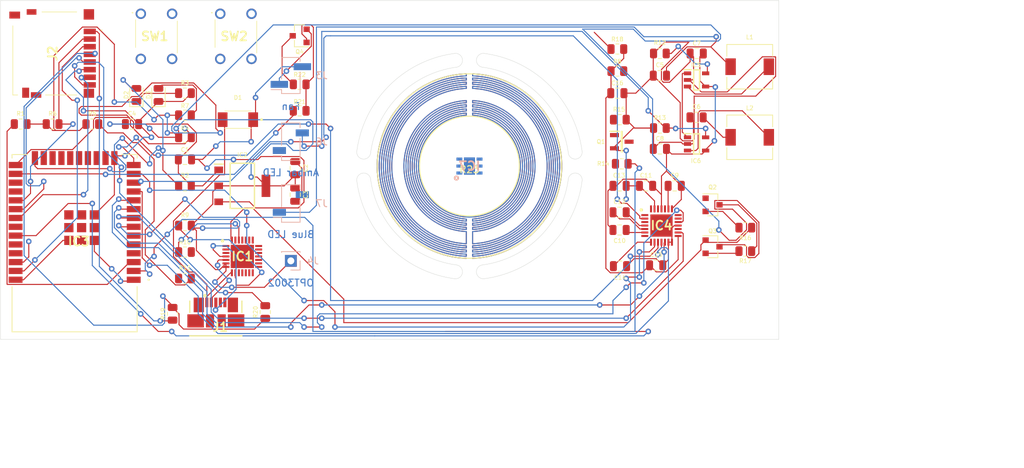
<source format=kicad_pcb>
(kicad_pcb (version 20171130) (host pcbnew 5.1.9-73d0e3b20d~88~ubuntu20.04.1)
  (layers (0 F.Cu signal) (31 B.Cu signal) (34 B.Paste user) (35 F.Paste user) (36 B.SilkS user) (37 F.SilkS user) (38 B.Mask user) (39 F.Mask user) (44 Edge.Cuts user))
  (net 0 "")
  (net 1 "Net-(IC1-Pad1)")
  (net 2 "Net-(IC1-Pad2)")
  (net 3 "Net-(IC1-Pad3)")
  (net 4 /D+)
  (net 5 /D-)
  (net 6 /VDD_3.3V)
  (net 7 /VCC_USB)
  (net 8 "Net-(IC1-Pad9)")
  (net 9 "Net-(IC1-Pad10)")
  (net 10 "Net-(IC1-Pad11)")
  (net 11 "Net-(IC1-Pad12)")
  (net 12 "Net-(IC1-Pad13)")
  (net 13 "Net-(IC1-Pad14)")
  (net 14 "Net-(IC1-Pad15)")
  (net 15 "Net-(IC1-Pad16)")
  (net 16 "Net-(IC1-Pad17)")
  (net 17 "Net-(IC1-Pad18)")
  (net 18 "Net-(IC1-Pad19)")
  (net 19 "Net-(IC1-Pad20)")
  (net 20 "Net-(IC1-Pad21)")
  (net 21 "Net-(IC1-Pad22)")
  (net 22 "Net-(IC1-Pad23)")
  (net 23 /RTS)
  (net 24 "Net-(IC1-Pad25)")
  (net 25 "Net-(IC1-Pad26)")
  (net 26 "Net-(IC1-Pad27)")
  (net 27 /DTR)
  (net 28 "Net-(IC1-Pad29)")
  (net 29 GNDREF)
  (net 30 /Vin)
  (net 31 /EN)
  (net 32 "Net-(IC3-Pad4)")
  (net 33 "Net-(IC3-Pad5)")
  (net 34 /PWMled)
  (net 35 /PWMaquecedor)
  (net 36 /STEP)
  (net 37 /DIR)
  (net 38 /INDEX)
  (net 39 /DIAG)
  (net 40 /ENN)
  (net 41 /MS1)
  (net 42 /MS2)
  (net 43 "Net-(IC3-Pad16)")
  (net 44 "Net-(IC3-Pad17)")
  (net 45 "Net-(IC3-Pad18)")
  (net 46 "Net-(IC3-Pad19)")
  (net 47 "Net-(IC3-Pad20)")
  (net 48 "Net-(IC3-Pad21)")
  (net 49 "Net-(IC3-Pad22)")
  (net 50 "Net-(IC3-Pad23)")
  (net 51 /GPIO2)
  (net 52 /GPIO0)
  (net 53 /fan)
  (net 54 "Net-(IC3-Pad27)")
  (net 55 "Net-(IC3-Pad28)")
  (net 56 /GPIO5)
  (net 57 /CLK)
  (net 58 /DAT0)
  (net 59 "Net-(IC3-Pad32)")
  (net 60 /SDA)
  (net 61 "Net-(IC3-Pad34)")
  (net 62 "Net-(IC3-Pad35)")
  (net 63 /SCL)
  (net 64 /CMD)
  (net 65 /stepperMotor)
  (net 66 "Net-(C12-Pad2)")
  (net 67 "Net-(C12-Pad1)")
  (net 68 "Net-(C10-Pad1)")
  (net 69 "Net-(IC4-Pad7)")
  (net 70 "Net-(C14-Pad2)")
  (net 71 "Net-(IC4-Pad17)")
  (net 72 "Net-(IC4-Pad20)")
  (net 73 "Net-(IC4-Pad28)")
  (net 74 "Net-(IC5-Pad3)")
  (net 75 /LEDazul-)
  (net 76 /LEDambar-)
  (net 77 "Net-(IC6-Pad3)")
  (net 78 /Mosfet)
  (net 79 /OTG_ID)
  (net 80 "Net-(J2-Pad1)")
  (net 81 /3.3V)
  (net 82 "Net-(J2-Pad8)")
  (net 83 "Net-(J2-PadMP1)")
  (net 84 "Net-(J2-PadMP2)")
  (net 85 "Net-(J2-PadMP3)")
  (net 86 "Net-(J2-PadMP4)")
  (net 87 "Net-(J2-PadMP5)")
  (net 88 "Net-(J2-PadMP6)")
  (net 89 "Net-(Q1-Pad1)")
  (net 90 "Net-(Q2-Pad2)")
  (net 91 "Net-(Q3-Pad2)")
  (net 92 /LEDazul+)
  (net 93 /LEDamar+)
  (net 94 "Net-(D2-Pad1)")
  (net 95 "Net-(D3-Pad2)")
  (net 96 "Net-(J3-Pad1)")
  (net 97 /LEDambar+)
  (net 98 /TX0)
  (net 99 /RX0)
  (net 100 "Net-(Q4-Pad1)")
  (net 101 "Net-(IC7-Pad3)")
  (net 102 "Net-(IC7-Pad4)")
  (net 103 "Net-(IC7-Pad7)")
  (module Capacitor_SMD:C_0805_2012Metric (layer F.Cu) (at 177.77 102.54)
    (fp_text reference C6 (at 0 -1.54) (layer F.SilkS) (effects (font (size 0.6 0.6) (thickness 0.1))))
    (fp_text value 10µF)
    (pad 2 smd roundrect (at 0.95 0) (size 1 1.45) (layers F.Cu F.Paste F.Mask) (net 93 /LEDamar+))
    (pad 1 smd roundrect (at -0.95 0) (size 1 1.45) (layers F.Cu F.Paste F.Mask) (net 29 GNDREF))
  )
  (module Capacitor_SMD:C_0805_2012Metric (layer F.Cu) (at 172.49 96.54)
    (fp_text reference C5 (at 0 -1.54) (layer F.SilkS) (effects (font (size 0.6 0.6) (thickness 0.1))))
    (fp_text value 10µF)
    (pad 2 smd roundrect (at 0.95 0) (size 1 1.45) (layers F.Cu F.Paste F.Mask) (net 92 /LEDazul+))
    (pad 1 smd roundrect (at -0.95 0) (size 1 1.45) (layers F.Cu F.Paste F.Mask) (net 29 GNDREF))
  )
  (module Capacitor_SMD:C_0805_2012Metric (layer F.Cu) (at 120.015 113.665 270)
    (fp_text reference C3 (at 0 -1.485 90) (layer F.SilkS) (effects (font (size 0.6 0.6) (thickness 0.1))))
    (fp_text value 10µF)
    (pad 2 smd roundrect (at 0.95 0 270) (size 1 1.45) (layers F.Cu F.Paste F.Mask) (net 29 GNDREF))
    (pad 1 smd roundrect (at -0.95 0 270) (size 1 1.45) (layers F.Cu F.Paste F.Mask) (net 6 /VDD_3.3V))
  )
  (module Capacitor_SMD:C_0805_2012Metric (layer F.Cu) (at 96.52 103.505)
    (fp_text reference C4 (at 0 -1.505) (layer F.SilkS) (effects (font (size 0.6 0.6) (thickness 0.1))))
    (fp_text value "100µF 6.3V")
    (pad 1 smd roundrect (at -0.95 0) (size 1 1.45) (layers F.Cu F.Paste F.Mask) (net 6 /VDD_3.3V))
    (pad 2 smd roundrect (at 0.95 0) (size 1 1.45) (layers F.Cu F.Paste F.Mask) (net 29 GNDREF))
  )
  (module Connector_PinSocket_2.54mm:PinSocket_1x02_P2.54mm_Vertical_SMD_Pin1Left (layer B.Cu) (at 119.38 106.045)
    (fp_text reference J6 (at 4.445 0) (layer B.SilkS) (effects (justify mirror)))
    (fp_text value LEDambar)
    (pad 1 smd rect (at -1.65 1.27) (size 1.9 1) (layers B.Cu B.Paste B.Mask) (net 97 /LEDambar+))
    (pad 2 smd rect (at 1.65 -1.27) (size 1.9 1) (layers B.Cu B.Paste B.Mask) (net 76 /LEDambar-))
  )
  (module IRLML6244TRPBF:SOT95P237X112-3N (layer F.Cu) (at 167.005 106.045)
    (fp_text reference Q1 (at -3.005 0) (layer F.SilkS) (effects (font (size 0.6 0.6) (thickness 0.1))))
    (fp_text value IRLML6244TRPBF hide)
    (pad 1 smd rect (at -1.05 -0.95 90) (size 0.6 1.3) (layers F.Cu F.Paste F.Mask) (net 89 "Net-(Q1-Pad1)"))
    (pad 2 smd rect (at -1.05 0.95 90) (size 0.6 1.3) (layers F.Cu F.Paste F.Mask) (net 29 GNDREF))
    (pad 3 smd rect (at 1.05 0 90) (size 0.6 1.3) (layers F.Cu F.Paste F.Mask) (net 78 /Mosfet))
  )
  (module Resistor_SMD:R_0805_2012Metric (layer F.Cu) (at 104.14 112.395)
    (fp_text reference R2 (at 0 -1.495) (layer F.SilkS) (effects (font (size 0.6 0.6) (thickness 0.1))))
    (fp_text value 10k)
    (pad 2 smd roundrect (at 0.9125 0) (size 1.025 1.4) (layers F.Cu F.Paste F.Mask) (roundrect_rratio 0.243902) (net 29 GNDREF))
    (pad 1 smd roundrect (at -0.9125 0) (size 1.025 1.4) (layers F.Cu F.Paste F.Mask) (roundrect_rratio 0.243902) (net 51 /GPIO2))
  )
  (module Inductor_SMD:L_6.3x6.3_H3 (layer F.Cu) (at 185.42 105.41)
    (fp_text reference L2 (at 0 -4.21) (layer F.SilkS) (effects (font (size 0.6 0.6) (thickness 0.1))))
    (fp_text value 4,7µH)
    (pad 2 smd rect (at 2.75 0) (size 1.5 2.4) (layers F.Cu F.Paste F.Mask) (net 77 "Net-(IC6-Pad3)"))
    (pad 1 smd rect (at -2.75 0) (size 1.5 2.4) (layers F.Cu F.Paste F.Mask) (net 93 /LEDamar+))
  )
  (module Resistor_SMD:R_0805_2012Metric (layer F.Cu) (at 90.805 103.505)
    (fp_text reference R5 (at 0 -1.505) (layer F.SilkS) (effects (font (size 0.6 0.6) (thickness 0.1))))
    (fp_text value 10k)
    (pad 2 smd roundrect (at 0.9125 0) (size 1.025 1.4) (layers F.Cu F.Paste F.Mask) (roundrect_rratio 0.243902) (net 98 /TX0))
    (pad 1 smd roundrect (at -0.9125 0) (size 1.025 1.4) (layers F.Cu F.Paste F.Mask) (roundrect_rratio 0.243902) (net 6 /VDD_3.3V))
  )
  (module Capacitor_SMD:C_0805_2012Metric (layer F.Cu) (at 174.625 112.395 180)
    (fp_text reference C9 (at 0 1.495) (layer F.SilkS) (effects (font (size 0.6 0.6) (thickness 0.1))))
    (fp_text value 100µF)
    (pad 2 smd roundrect (at 0.95 0 180) (size 1 1.45) (layers F.Cu F.Paste F.Mask) (net 29 GNDREF))
    (pad 1 smd roundrect (at -0.95 0 180) (size 1 1.45) (layers F.Cu F.Paste F.Mask) (net 30 /Vin))
  )
  (module Capacitor_SMD:C_0805_2012Metric (layer F.Cu) (at 170.5 112.395)
    (fp_text reference C11 (at 0 -1.495) (layer F.SilkS) (effects (font (size 0.6 0.6) (thickness 0.1))))
    (fp_text value 100nF)
    (pad 1 smd roundrect (at -0.95 0) (size 1 1.45) (layers F.Cu F.Paste F.Mask) (net 29 GNDREF))
    (pad 2 smd roundrect (at 0.95 0) (size 1 1.45) (layers F.Cu F.Paste F.Mask) (net 30 /Vin))
  )
  (module Capacitor_SMD:C_0805_2012Metric (layer F.Cu) (at 166.69 112.395 180)
    (fp_text reference C13 (at 0.066 1.495) (layer F.SilkS) (effects (font (size 0.6 0.6) (thickness 0.1))))
    (fp_text value 100nF)
    (pad 2 smd roundrect (at 0.95 0 180) (size 1 1.45) (layers F.Cu F.Paste F.Mask) (net 30 /Vin))
    (pad 1 smd roundrect (at -0.95 0 180) (size 1 1.45) (layers F.Cu F.Paste F.Mask) (net 29 GNDREF))
  )
  (module PAM2804:SOT95P280X100-5N (layer F.Cu) (at 177.77 106.365)
    (fp_text reference IC6 (at -0.097 2.435) (layer F.SilkS) (effects (font (size 0.6 0.6) (thickness 0.1))))
    (fp_text value PAM2804AAB010 hide)
    (pad 5 smd rect (at 1.3 -0.95 90) (size 0.55 1.05) (layers F.Cu F.Paste F.Mask) (net 76 /LEDambar-))
    (pad 4 smd rect (at 1.3 0.95 90) (size 0.55 1.05) (layers F.Cu F.Paste F.Mask) (net 30 /Vin))
    (pad 3 smd rect (at -1.3 0.95 90) (size 0.55 1.05) (layers F.Cu F.Paste F.Mask) (net 77 "Net-(IC6-Pad3)"))
    (pad 2 smd rect (at -1.3 0 90) (size 0.55 1.05) (layers F.Cu F.Paste F.Mask) (net 29 GNDREF))
    (pad 1 smd rect (at -1.3 -0.95 90) (size 0.55 1.05) (layers F.Cu F.Paste F.Mask) (net 34 /PWMled))
  )
  (module Resistor_SMD:R_0805_2012Metric (layer F.Cu) (at 166.7275 102.87 180)
    (fp_text reference R15 (at 0.1035 1.47) (layer F.SilkS) (effects (font (size 0.6 0.6) (thickness 0.1))))
    (fp_text value 10k)
    (pad 1 smd roundrect (at -0.9125 0 180) (size 1.025 1.4) (layers F.Cu F.Paste F.Mask) (roundrect_rratio 0.243902) (net 29 GNDREF))
    (pad 2 smd roundrect (at 0.9125 0 180) (size 1.025 1.4) (layers F.Cu F.Paste F.Mask) (roundrect_rratio 0.243902) (net 89 "Net-(Q1-Pad1)"))
  )
  (module Package_TO_SOT_SMD:SOT-23 (layer F.Cu) (at 180.07 115.128)
    (fp_text reference Q2 (at 0 -2.528) (layer F.SilkS) (effects (font (size 0.6 0.6) (thickness 0.1))))
    (fp_text value S8050)
    (pad 1 smd rect (at -1 -0.95) (size 0.9 0.8) (layers F.Cu F.Paste F.Mask) (net 31 /EN))
    (pad 2 smd rect (at -1 0.95) (size 0.9 0.8) (layers F.Cu F.Paste F.Mask) (net 90 "Net-(Q2-Pad2)"))
    (pad 3 smd rect (at 1 0) (size 0.9 0.8) (layers F.Cu F.Paste F.Mask) (net 23 /RTS))
  )
  (module Capacitor_SMD:C_0805_2012Metric (layer F.Cu) (at 171.958 123.825)
    (fp_text reference C15 (at 0 -1.525) (layer F.SilkS) (effects (font (size 0.6 0.6) (thickness 0.1))))
    (fp_text value 100nF)
    (pad 1 smd roundrect (at -0.95 0) (size 1 1.45) (layers F.Cu F.Paste F.Mask) (net 6 /VDD_3.3V))
    (pad 2 smd roundrect (at 0.95 0) (size 1 1.45) (layers F.Cu F.Paste F.Mask) (net 29 GNDREF))
  )
  (module Resistor_SMD:R_0805_2012Metric (layer F.Cu) (at 104.14 99.06)
    (fp_text reference R3 (at 0 -1.46) (layer F.SilkS) (effects (font (size 0.6 0.6) (thickness 0.1))))
    (fp_text value 1k)
    (pad 1 smd roundrect (at -0.9125 0) (size 1.025 1.4) (layers F.Cu F.Paste F.Mask) (roundrect_rratio 0.243902) (net 94 "Net-(D2-Pad1)"))
    (pad 2 smd roundrect (at 0.9125 0) (size 1.025 1.4) (layers F.Cu F.Paste F.Mask) (roundrect_rratio 0.243902) (net 29 GNDREF))
  )
  (module Resistor_SMD:R_0805_2012Metric (layer F.Cu) (at 172.49 104.08)
    (fp_text reference R13 (at 0 -1.48) (layer F.SilkS) (effects (font (size 0.6 0.6) (thickness 0.1))))
    (fp_text value ?)
    (pad 1 smd roundrect (at -0.9125 0) (size 1.025 1.4) (layers F.Cu F.Paste F.Mask) (roundrect_rratio 0.243902) (net 29 GNDREF))
    (pad 2 smd roundrect (at 0.9125 0) (size 1.025 1.4) (layers F.Cu F.Paste F.Mask) (roundrect_rratio 0.243902) (net 76 /LEDambar-))
  )
  (module Resistor_SMD:R_0805_2012Metric (layer F.Cu) (at 104.14 118.11)
    (fp_text reference R9 (at 0 -1.51) (layer F.SilkS) (effects (font (size 0.6 0.6) (thickness 0.1))))
    (fp_text value 4.7k)
    (pad 2 smd roundrect (at 0.9125 0) (size 1.025 1.4) (layers F.Cu F.Paste F.Mask) (roundrect_rratio 0.243902) (net 6 /VDD_3.3V))
    (pad 1 smd roundrect (at -0.9125 0) (size 1.025 1.4) (layers F.Cu F.Paste F.Mask) (roundrect_rratio 0.243902) (net 8 "Net-(IC1-Pad9)"))
  )
  (module Resistor_SMD:R_0805_2012Metric (layer F.Cu) (at 102.362 130.81 90)
    (fp_text reference R19 (at 0 -1.362 90) (layer F.SilkS) (effects (font (size 0.6 0.6) (thickness 0.1))))
    (fp_text value 10k)
    (pad 1 smd roundrect (at -0.9125 0 90) (size 1.025 1.4) (layers F.Cu F.Paste F.Mask) (roundrect_rratio 0.243902) (net 80 "Net-(J2-Pad1)"))
    (pad 2 smd roundrect (at 0.9125 0 90) (size 1.025 1.4) (layers F.Cu F.Paste F.Mask) (roundrect_rratio 0.243902) (net 81 /3.3V))
  )
  (module Resistor_SMD:R_0805_2012Metric (layer F.Cu) (at 120.65 101.6)
    (fp_text reference R21 (at 0 -1.3) (layer F.SilkS) (effects (font (size 0.6 0.6) (thickness 0.1))))
    (fp_text value 200)
    (pad 2 smd roundrect (at 0.9125 0) (size 1.025 1.4) (layers F.Cu F.Paste F.Mask) (roundrect_rratio 0.243902) (net 100 "Net-(Q4-Pad1)"))
    (pad 1 smd roundrect (at -0.9125 0) (size 1.025 1.4) (layers F.Cu F.Paste F.Mask) (roundrect_rratio 0.243902) (net 53 /fan))
  )
  (module Resistor_SMD:R_0805_2012Metric (layer F.Cu) (at 120.65 97.79)
    (fp_text reference R22 (at 0 -1.39) (layer F.SilkS) (effects (font (size 0.6 0.6) (thickness 0.1))))
    (fp_text value 10k)
    (pad 1 smd roundrect (at -0.9125 0) (size 1.025 1.4) (layers F.Cu F.Paste F.Mask) (roundrect_rratio 0.243902) (net 29 GNDREF))
    (pad 2 smd roundrect (at 0.9125 0) (size 1.025 1.4) (layers F.Cu F.Paste F.Mask) (roundrect_rratio 0.243902) (net 100 "Net-(Q4-Pad1)"))
  )
  (module Resistor_SMD:R_0805_2012Metric (layer F.Cu) (at 184.785 118.413 180)
    (fp_text reference R16 (at 0 -1.475) (layer F.SilkS) (effects (font (size 0.6 0.6) (thickness 0.1))))
    (fp_text value 10k)
    (pad 1 smd roundrect (at -0.9125 0 180) (size 1.025 1.4) (layers F.Cu F.Paste F.Mask) (roundrect_rratio 0.243902) (net 27 /DTR))
    (pad 2 smd roundrect (at 0.9125 0 180) (size 1.025 1.4) (layers F.Cu F.Paste F.Mask) (roundrect_rratio 0.243902) (net 90 "Net-(Q2-Pad2)"))
  )
  (module Connector_PinHeader_2.54mm:PinHeader_1x02_P2.54mm_Vertical_SMD_Pin1Left (layer B.Cu) (at 119.38 96.52)
    (fp_text reference J3 (at 4.445 0) (layer B.SilkS) (effects (justify mirror)))
    (fp_text value fan)
    (pad 1 smd rect (at -1.655 1.27) (size 2.51 1) (layers B.Cu B.Paste B.Mask) (net 96 "Net-(J3-Pad1)"))
    (pad 2 smd rect (at 1.655 -1.27) (size 2.51 1) (layers B.Cu B.Paste B.Mask) (net 30 /Vin))
  )
  (module Resistor_SMD:R_0805_2012Metric (layer F.Cu) (at 104.14 125.73)
    (fp_text reference R11 (at 0 -1.53) (layer F.SilkS) (effects (font (size 0.6 0.6) (thickness 0.1))))
    (fp_text value 1k)
    (pad 2 smd roundrect (at 0.9125 0) (size 1.025 1.4) (layers F.Cu F.Paste F.Mask) (roundrect_rratio 0.243902) (net 98 /TX0))
    (pad 1 smd roundrect (at -0.9125 0) (size 1.025 1.4) (layers F.Cu F.Paste F.Mask) (roundrect_rratio 0.243902) (net 24 "Net-(IC1-Pad25)"))
  )
  (module Resistor_SMD:R_0805_2012Metric (layer F.Cu) (at 104.14 121.92)
    (fp_text reference R10 (at 0 -1.42) (layer F.SilkS) (effects (font (size 0.6 0.6) (thickness 0.1))))
    (fp_text value 1k)
    (pad 1 smd roundrect (at -0.9125 0) (size 1.025 1.4) (layers F.Cu F.Paste F.Mask) (roundrect_rratio 0.243902) (net 25 "Net-(IC1-Pad26)"))
    (pad 2 smd roundrect (at 0.9125 0) (size 1.025 1.4) (layers F.Cu F.Paste F.Mask) (roundrect_rratio 0.243902) (net 99 /RX0))
  )
  (module 47346:47346-0001 (layer F.Cu) (at 108.585 133.985 180)
    (fp_text reference J1 (at -0.635 1.27) (layer F.SilkS) (effects (font (size 1.27 1.27) (thickness 0.254))))
    (fp_text value 47346-0001 hide)
    (pad 1 smd rect (at 1.3 4.81 180) (size 0.45 1.38) (layers F.Cu F.Paste F.Mask) (net 7 /VCC_USB))
    (pad 2 smd rect (at 0.65 4.81 180) (size 0.45 1.38) (layers F.Cu F.Paste F.Mask) (net 5 /D-))
    (pad 3 smd rect (at 0 4.81 180) (size 0.45 1.38) (layers F.Cu F.Paste F.Mask) (net 4 /D+))
    (pad 4 smd rect (at -0.65 4.81 180) (size 0.45 1.38) (layers F.Cu F.Paste F.Mask) (net 79 /OTG_ID))
    (pad 5 smd rect (at -1.3 4.81 180) (size 0.45 1.38) (layers F.Cu F.Paste F.Mask) (net 29 GNDREF))
    (pad 6 smd rect (at -2.4525 4.45 180) (size 1.475 2.1) (layers F.Cu F.Paste F.Mask))
    (pad 7 smd rect (at 2.4525 4.45 180) (size 1.475 2.1) (layers F.Cu F.Paste F.Mask))
    (pad 8 smd rect (at 0.8375 2.15 180) (size 1.175 1.9) (layers F.Cu F.Paste F.Mask))
    (pad 9 smd rect (at -0.8375 2.15 180) (size 1.175 1.9) (layers F.Cu F.Paste F.Mask))
    (pad 10 smd rect (at 2.9125 2.15 270) (size 1.9 2.375) (layers F.Cu F.Paste F.Mask))
    (pad 11 smd rect (at -2.9125 2.15 270) (size 1.9 2.375) (layers F.Cu F.Paste F.Mask))
  )
  (module Inductor_SMD:L_6.3x6.3_H3 (layer F.Cu) (at 185.42 95.25)
    (fp_text reference L1 (at 0 -4.25) (layer F.SilkS) (effects (font (size 0.6 0.6) (thickness 0.1))))
    (fp_text value 4,7µH)
    (pad 1 smd rect (at -2.75 0) (size 1.5 2.4) (layers F.Cu F.Paste F.Mask) (net 92 /LEDazul+))
    (pad 2 smd rect (at 2.75 0) (size 1.5 2.4) (layers F.Cu F.Paste F.Mask) (net 74 "Net-(IC5-Pad3)"))
  )
  (module Resistor_SMD:R_0805_2012Metric (layer F.Cu) (at 104.14 102.235)
    (fp_text reference R7 (at 0 -1.335) (layer F.SilkS) (effects (font (size 0.6 0.6) (thickness 0.1))))
    (fp_text value 1k)
    (pad 1 smd roundrect (at -0.9125 0) (size 1.025 1.4) (layers F.Cu F.Paste F.Mask) (roundrect_rratio 0.243902) (net 6 /VDD_3.3V))
    (pad 2 smd roundrect (at 0.9125 0) (size 1.025 1.4) (layers F.Cu F.Paste F.Mask) (roundrect_rratio 0.243902) (net 95 "Net-(D3-Pad2)"))
  )
  (module TS665CJ:TS665CJ (layer F.Cu) (at 97.79 87.63)
    (fp_text reference SW1 (at 2 3.25) (layer F.SilkS) (effects (font (size 1.27 1.27) (thickness 0.254))))
    (fp_text value SW_Push hide)
    (pad A1 thru_hole circle (at 0 0) (size 1.5 1.5) (drill 1) (layers *.Cu *.Mask))
    (pad B1 thru_hole circle (at 4.5 0) (size 1.5 1.5) (drill 1) (layers *.Cu *.Mask))
    (pad C1 thru_hole circle (at 0 6.5) (size 1.5 1.5) (drill 1) (layers *.Cu *.Mask))
    (pad D1 thru_hole circle (at 4.5 6.5) (size 1.5 1.5) (drill 1) (layers *.Cu *.Mask))
  )
  (module TS665CJ:TS665CJ (layer F.Cu) (at 109.22 87.63)
    (fp_text reference SW2 (at 2 3.25) (layer F.SilkS) (effects (font (size 1.27 1.27) (thickness 0.254))))
    (fp_text value SW_Push hide)
    (pad D1 thru_hole circle (at 4.5 6.5) (size 1.5 1.5) (drill 1) (layers *.Cu *.Mask))
    (pad C1 thru_hole circle (at 0 6.5) (size 1.5 1.5) (drill 1) (layers *.Cu *.Mask))
    (pad B1 thru_hole circle (at 4.5 0) (size 1.5 1.5) (drill 1) (layers *.Cu *.Mask))
    (pad A1 thru_hole circle (at 0 0) (size 1.5 1.5) (drill 1) (layers *.Cu *.Mask))
  )
  (module Resistor_SMD:R_0805_2012Metric (layer F.Cu) (at 172.49 93.345)
    (fp_text reference R12 (at 0 -1.545) (layer F.SilkS) (effects (font (size 0.6 0.6) (thickness 0.1))))
    (fp_text value ?)
    (pad 1 smd roundrect (at -0.9125 0) (size 1.025 1.4) (layers F.Cu F.Paste F.Mask) (roundrect_rratio 0.243902) (net 29 GNDREF))
    (pad 2 smd roundrect (at 0.9125 0) (size 1.025 1.4) (layers F.Cu F.Paste F.Mask) (roundrect_rratio 0.243902) (net 75 /LEDazul-))
  )
  (module Resistor_SMD:R_0805_2012Metric (layer F.Cu) (at 85.09 103.505)
    (fp_text reference R6 (at 0 -1.505) (layer F.SilkS) (effects (font (size 0.6 0.6) (thickness 0.1))))
    (fp_text value 10k)
    (pad 2 smd roundrect (at 0.9125 0) (size 1.025 1.4) (layers F.Cu F.Paste F.Mask) (roundrect_rratio 0.243902) (net 56 /GPIO5))
    (pad 1 smd roundrect (at -0.9125 0) (size 1.025 1.4) (layers F.Cu F.Paste F.Mask) (roundrect_rratio 0.243902) (net 6 /VDD_3.3V))
  )
  (module Capacitor_SMD:C_0805_2012Metric (layer F.Cu) (at 166.37 99.06)
    (fp_text reference C16 (at 0 -1.46) (layer F.SilkS) (effects (font (size 0.6 0.6) (thickness 0.1))))
    (fp_text value 0.1µF)
    (pad 1 smd roundrect (at -0.95 0) (size 1 1.45) (layers F.Cu F.Paste F.Mask) (net 6 /VDD_3.3V))
    (pad 2 smd roundrect (at 0.95 0) (size 1 1.45) (layers F.Cu F.Paste F.Mask) (net 29 GNDREF))
  )
  (module Connector_PinSocket_2.54mm:PinSocket_1x02_P2.54mm_Vertical_SMD_Pin1Left (layer B.Cu) (at 119.38 114.935)
    (fp_text reference J7 (at 4.445 0) (layer B.SilkS) (effects (justify mirror)))
    (fp_text value LEDazul)
    (pad 2 smd rect (at 1.65 -1.27) (size 1.9 1) (layers B.Cu B.Paste B.Mask) (net 75 /LEDazul-))
    (pad 1 smd rect (at -1.65 1.27) (size 1.9 1) (layers B.Cu B.Paste B.Mask) (net 92 /LEDazul+))
  )
  (module Resistor_SMD:R_0805_2012Metric (layer F.Cu) (at 115.697 130.556 90)
    (fp_text reference R20 (at 0 -1.397 90) (layer F.SilkS) (effects (font (size 0.6 0.6) (thickness 0.1))))
    (fp_text value 10k)
    (pad 2 smd roundrect (at 0.9125 0 90) (size 1.025 1.4) (layers F.Cu F.Paste F.Mask) (roundrect_rratio 0.243902) (net 82 "Net-(J2-Pad8)"))
    (pad 1 smd roundrect (at -0.9125 0 90) (size 1.025 1.4) (layers F.Cu F.Paste F.Mask) (roundrect_rratio 0.243902) (net 81 /3.3V))
  )
  (module Resistor_SMD:R_0805_2012Metric (layer F.Cu) (at 184.785 121.793 180)
    (fp_text reference R17 (at 0 -1.407) (layer F.SilkS) (effects (font (size 0.6 0.6) (thickness 0.1))))
    (fp_text value 10k)
    (pad 2 smd roundrect (at 0.9125 0 180) (size 1.025 1.4) (layers F.Cu F.Paste F.Mask) (roundrect_rratio 0.243902) (net 91 "Net-(Q3-Pad2)"))
    (pad 1 smd roundrect (at -0.9125 0 180) (size 1.025 1.4) (layers F.Cu F.Paste F.Mask) (roundrect_rratio 0.243902) (net 23 /RTS))
  )
  (module Resistor_SMD:R_0805_2012Metric (layer F.Cu) (at 166.37 92.71 180)
    (fp_text reference R18 (at 0 1.41) (layer F.SilkS) (effects (font (size 0.6 0.6) (thickness 0.1))))
    (fp_text value 10k)
    (pad 1 smd roundrect (at -0.9125 0 180) (size 1.025 1.4) (layers F.Cu F.Paste F.Mask) (roundrect_rratio 0.243902) (net 6 /VDD_3.3V))
    (pad 2 smd roundrect (at 0.9125 0 180) (size 1.025 1.4) (layers F.Cu F.Paste F.Mask) (roundrect_rratio 0.243902) (net 60 /SDA))
  )
  (module Resistor_SMD:R_0805_2012Metric (layer F.Cu) (at 104.14 105.41)
    (fp_text reference R4 (at 0 -1.31) (layer F.SilkS) (effects (font (size 0.6 0.6) (thickness 0.1))))
    (fp_text value 10k)
    (pad 2 smd roundrect (at 0.9125 0) (size 1.025 1.4) (layers F.Cu F.Paste F.Mask) (roundrect_rratio 0.243902) (net 52 /GPIO0))
    (pad 1 smd roundrect (at -0.9125 0) (size 1.025 1.4) (layers F.Cu F.Paste F.Mask) (roundrect_rratio 0.243902) (net 6 /VDD_3.3V))
  )
  (module Connector_PinSocket_2.54mm:PinSocket_1x01_P2.54mm_Vertical (layer B.Cu) (at 119.38 123.19)
    (fp_text reference J4 (at 3.175 0) (layer B.SilkS) (effects (justify mirror)))
    (fp_text value OPT3002)
    (pad 1 thru_hole rect (at 0 0) (size 1.7 1.7) (drill 1) (layers *.Cu *.Mask) (net 6 /VDD_3.3V))
  )
  (module Resistor_SMD:R_0805_2012Metric (layer F.Cu) (at 80.4945 103.505)
    (fp_text reference R1 (at 0 -1.505) (layer F.SilkS) (effects (font (size 0.6 0.6) (thickness 0.1))))
    (fp_text value 10k)
    (pad 1 smd roundrect (at -0.9125 0) (size 1.025 1.4) (layers F.Cu F.Paste F.Mask) (roundrect_rratio 0.243902) (net 31 /EN))
    (pad 2 smd roundrect (at 0.9125 0) (size 1.025 1.4) (layers F.Cu F.Paste F.Mask) (roundrect_rratio 0.243902) (net 6 /VDD_3.3V))
  )
  (module Package_TO_SOT_SMD:SOT-23 (layer F.Cu) (at 180.07 121.158)
    (fp_text reference Q3 (at 0 -2.258) (layer F.SilkS) (effects (font (size 0.6 0.6) (thickness 0.1))))
    (fp_text value S8050)
    (pad 3 smd rect (at 1 0) (size 0.9 0.8) (layers F.Cu F.Paste F.Mask) (net 52 /GPIO0))
    (pad 2 smd rect (at -1 0.95) (size 0.9 0.8) (layers F.Cu F.Paste F.Mask) (net 91 "Net-(Q3-Pad2)"))
    (pad 1 smd rect (at -1 -0.95) (size 0.9 0.8) (layers F.Cu F.Paste F.Mask) (net 27 /DTR))
  )
  (module LED_SMD:LED_0805_2012Metric (layer F.Cu) (at 97.155 99.314 90)
    (fp_text reference D2 (at 0 -1.455 90) (layer F.SilkS) (effects (font (size 0.6 0.6) (thickness 0.1))))
    (fp_text value LED)
    (pad 1 smd roundrect (at -0.9375 0 90) (size 0.975 1.4) (layers F.Cu F.Paste F.Mask) (net 94 "Net-(D2-Pad1)"))
    (pad 2 smd roundrect (at 0.9375 0 90) (size 0.975 1.4) (layers F.Cu F.Paste F.Mask) (net 51 /GPIO2))
  )
  (module DM3D-SF:DM3DSF (layer F.Cu) (at 85.09 93.345 90)
    (fp_text reference J2 (at 0 0 90) (layer F.SilkS) (effects (font (size 1.27 1.27) (thickness 0.254))))
    (fp_text value DM3D-SF hide)
    (pad 1 smd rect (at 3.175 5.35 90) (size 0.8 1.75) (layers F.Cu F.Paste F.Mask) (net 80 "Net-(J2-Pad1)"))
    (pad 2 smd rect (at 2.075 5.35 90) (size 0.8 1.75) (layers F.Cu F.Paste F.Mask) (net 56 /GPIO5))
    (pad 3 smd rect (at 0.975 5.35 90) (size 0.8 1.75) (layers F.Cu F.Paste F.Mask) (net 64 /CMD))
    (pad 4 smd rect (at -0.125 5.35 90) (size 0.8 1.75) (layers F.Cu F.Paste F.Mask) (net 81 /3.3V))
    (pad 5 smd rect (at -1.225 5.35 90) (size 0.8 1.75) (layers F.Cu F.Paste F.Mask) (net 57 /CLK))
    (pad 6 smd rect (at -2.325 5.35 90) (size 0.8 1.75) (layers F.Cu F.Paste F.Mask) (net 29 GNDREF))
    (pad 7 smd rect (at -3.425 5.35 90) (size 0.8 1.75) (layers F.Cu F.Paste F.Mask) (net 58 /DAT0))
    (pad 8 smd rect (at -4.525 5.35 90) (size 0.8 1.75) (layers F.Cu F.Paste F.Mask) (net 82 "Net-(J2-Pad8)"))
    (pad MP1 smd rect (at 5.625 5.225 90) (size 1.5 1.5) (layers F.Cu F.Paste F.Mask) (net 83 "Net-(J2-PadMP1)"))
    (pad MP2 smd rect (at -5.725 5.225 90) (size 1.3 1.5) (layers F.Cu F.Paste F.Mask) (net 84 "Net-(J2-PadMP2)"))
    (pad MP3 smd rect (at 5.975 -3.025 90) (size 0.8 1.4) (layers F.Cu F.Paste F.Mask) (net 85 "Net-(J2-PadMP3)"))
    (pad MP4 smd rect (at 5.525 -5.45 90) (size 1 1.55) (layers F.Cu F.Paste F.Mask) (net 86 "Net-(J2-PadMP4)"))
    (pad MP5 smd rect (at -5.65 -3.875 180) (size 1 1.45) (layers F.Cu F.Paste F.Mask) (net 87 "Net-(J2-PadMP5)"))
    (pad MP6 smd rect (at -5.975 -2.375 90) (size 0.8 1.5) (layers F.Cu F.Paste F.Mask) (net 88 "Net-(J2-PadMP6)"))
  )
  (module TMC2208:QFN50P500X500X90-29N-D (layer F.Cu) (at 172.72 118.11)
    (fp_text reference IC4 (at 0 0) (layer F.SilkS) (effects (font (size 1.27 1.27) (thickness 0.254))))
    (fp_text value TMC2208-LA-T hide)
    (pad 1 smd rect (at -2.4 -1.5 90) (size 0.3 1) (layers F.Cu F.Paste F.Mask) (net 65 /stepperMotor))
    (pad 2 smd rect (at -2.4 -1 90) (size 0.3 1) (layers F.Cu F.Paste F.Mask) (net 40 /ENN))
    (pad 3 smd rect (at -2.4 -0.5 90) (size 0.3 1) (layers F.Cu F.Paste F.Mask) (net 29 GNDREF))
    (pad 4 smd rect (at -2.4 0 90) (size 0.3 1) (layers F.Cu F.Paste F.Mask) (net 66 "Net-(C12-Pad2)"))
    (pad 5 smd rect (at -2.4 0.5 90) (size 0.3 1) (layers F.Cu F.Paste F.Mask) (net 67 "Net-(C12-Pad1)"))
    (pad 6 smd rect (at -2.4 1 90) (size 0.3 1) (layers F.Cu F.Paste F.Mask) (net 68 "Net-(C10-Pad1)"))
    (pad 7 smd rect (at -2.4 1.5 90) (size 0.3 1) (layers F.Cu F.Paste F.Mask) (net 69 "Net-(IC4-Pad7)"))
    (pad 8 smd rect (at -1.5 2.4) (size 0.3 1) (layers F.Cu F.Paste F.Mask) (net 70 "Net-(C14-Pad2)"))
    (pad 9 smd rect (at -1 2.4) (size 0.3 1) (layers F.Cu F.Paste F.Mask) (net 41 /MS1))
    (pad 10 smd rect (at -0.5 2.4) (size 0.3 1) (layers F.Cu F.Paste F.Mask) (net 42 /MS2))
    (pad 11 smd rect (at 0 2.4) (size 0.3 1) (layers F.Cu F.Paste F.Mask) (net 39 /DIAG))
    (pad 12 smd rect (at 0.5 2.4) (size 0.3 1) (layers F.Cu F.Paste F.Mask) (net 38 /INDEX))
    (pad 13 smd rect (at 1 2.4) (size 0.3 1) (layers F.Cu F.Paste F.Mask) (net 29 GNDREF))
    (pad 14 smd rect (at 1.5 2.4) (size 0.3 1) (layers F.Cu F.Paste F.Mask) (net 29 GNDREF))
    (pad 15 smd rect (at 2.4 1.5 90) (size 0.3 1) (layers F.Cu F.Paste F.Mask) (net 6 /VDD_3.3V))
    (pad 16 smd rect (at 2.4 1 90) (size 0.3 1) (layers F.Cu F.Paste F.Mask) (net 36 /STEP))
    (pad 17 smd rect (at 2.4 0.5 90) (size 0.3 1) (layers F.Cu F.Paste F.Mask) (net 71 "Net-(IC4-Pad17)"))
    (pad 18 smd rect (at 2.4 0 90) (size 0.3 1) (layers F.Cu F.Paste F.Mask) (net 29 GNDREF))
    (pad 19 smd rect (at 2.4 -0.5 90) (size 0.3 1) (layers F.Cu F.Paste F.Mask) (net 37 /DIR))
    (pad 20 smd rect (at 2.4 -1 90) (size 0.3 1) (layers F.Cu F.Paste F.Mask) (net 72 "Net-(IC4-Pad20)"))
    (pad 21 smd rect (at 2.4 -1.5 90) (size 0.3 1) (layers F.Cu F.Paste F.Mask) (net 65 /stepperMotor))
    (pad 22 smd rect (at 1.5 -2.4) (size 0.3 1) (layers F.Cu F.Paste F.Mask) (net 30 /Vin))
    (pad 23 smd rect (at 1 -2.4) (size 0.3 1) (layers F.Cu F.Paste F.Mask) (net 29 GNDREF))
    (pad 24 smd rect (at 0.5 -2.4) (size 0.3 1) (layers F.Cu F.Paste F.Mask) (net 65 /stepperMotor))
    (pad 25 smd rect (at 0 -2.4) (size 0.3 1) (layers F.Cu F.Paste F.Mask) (net 30 /Vin))
    (pad 26 smd rect (at -0.5 -2.4) (size 0.3 1) (layers F.Cu F.Paste F.Mask) (net 65 /stepperMotor))
    (pad 27 smd rect (at -1 -2.4) (size 0.3 1) (layers F.Cu F.Paste F.Mask) (net 29 GNDREF))
    (pad 28 smd rect (at -1.5 -2.4) (size 0.3 1) (layers F.Cu F.Paste F.Mask) (net 73 "Net-(IC4-Pad28)"))
    (pad 29 smd rect (at 0 0) (size 3.2 3.2) (layers F.Cu F.Paste F.Mask) (net 29 GNDREF))
  )
  (module PAM2804:SOT95P280X100-5N (layer F.Cu) (at 177.77 97.155)
    (fp_text reference IC5 (at -0.097 -2.159) (layer F.SilkS) (effects (font (size 0.6 0.6) (thickness 0.1))))
    (fp_text value PAM2804AAB010 hide)
    (pad 1 smd rect (at -1.3 -0.95 90) (size 0.55 1.05) (layers F.Cu F.Paste F.Mask) (net 34 /PWMled))
    (pad 2 smd rect (at -1.3 0 90) (size 0.55 1.05) (layers F.Cu F.Paste F.Mask) (net 29 GNDREF))
    (pad 3 smd rect (at -1.3 0.95 90) (size 0.55 1.05) (layers F.Cu F.Paste F.Mask) (net 74 "Net-(IC5-Pad3)"))
    (pad 4 smd rect (at 1.3 0.95 90) (size 0.55 1.05) (layers F.Cu F.Paste F.Mask) (net 30 /Vin))
    (pad 5 smd rect (at 1.3 -0.95 90) (size 0.55 1.05) (layers F.Cu F.Paste F.Mask) (net 75 /LEDazul-))
  )
  (module Package_TO_SOT_SMD:SOT-23 (layer F.Cu) (at 120.65 90.805 180)
    (fp_text reference Q4 (at 0 -2.295) (layer F.SilkS) (effects (font (size 0.6 0.6) (thickness 0.1))))
    (fp_text value Q_NMOS_GDS)
    (pad 1 smd rect (at -1 -0.95 180) (size 0.9 0.8) (layers F.Cu F.Paste F.Mask) (net 100 "Net-(Q4-Pad1)"))
    (pad 2 smd rect (at -1 0.95 180) (size 0.9 0.8) (layers F.Cu F.Paste F.Mask) (net 96 "Net-(J3-Pad1)"))
    (pad 3 smd rect (at 1 0 180) (size 0.9 0.8) (layers F.Cu F.Paste F.Mask) (net 29 GNDREF))
  )
  (module Capacitor_SMD:C_0805_2012Metric (layer F.Cu) (at 177.79 93.345)
    (fp_text reference C7 (at 0 -1.445) (layer F.SilkS) (effects (font (size 0.6 0.6) (thickness 0.1))))
    (fp_text value 10µF)
    (pad 2 smd roundrect (at 0.95 0) (size 1 1.45) (layers F.Cu F.Paste F.Mask) (net 30 /Vin))
    (pad 1 smd roundrect (at -0.95 0) (size 1 1.45) (layers F.Cu F.Paste F.Mask) (net 29 GNDREF))
  )
  (module Capacitor_SMD:C_0805_2012Metric (layer F.Cu) (at 166.69 118.745 180)
    (fp_text reference C10 (at 0 -1.555) (layer F.SilkS) (effects (font (size 0.6 0.6) (thickness 0.1))))
    (fp_text value "22nF 50V")
    (pad 1 smd roundrect (at -0.95 0 180) (size 1 1.45) (layers F.Cu F.Paste F.Mask) (net 68 "Net-(C10-Pad1)"))
    (pad 2 smd roundrect (at 0.95 0 180) (size 1 1.45) (layers F.Cu F.Paste F.Mask) (net 30 /Vin))
  )
  (module Capacitor_SMD:C_0805_2012Metric (layer F.Cu) (at 172.49 107.08)
    (fp_text reference C8 (at 0 -1.48) (layer F.SilkS) (effects (font (size 0.6 0.6) (thickness 0.1))))
    (fp_text value 10µF)
    (pad 1 smd roundrect (at -0.95 0) (size 1 1.45) (layers F.Cu F.Paste F.Mask) (net 29 GNDREF))
    (pad 2 smd roundrect (at 0.95 0) (size 1 1.45) (layers F.Cu F.Paste F.Mask) (net 30 /Vin))
  )
  (module Capacitor_SMD:C_0805_2012Metric (layer F.Cu) (at 166.69 116.205)
    (fp_text reference C12 (at 0 -1.505) (layer F.SilkS) (effects (font (size 0.6 0.6) (thickness 0.1))))
    (fp_text value "100nF 16V")
    (pad 1 smd roundrect (at -0.95 0) (size 1 1.45) (layers F.Cu F.Paste F.Mask) (net 67 "Net-(C12-Pad1)"))
    (pad 2 smd roundrect (at 0.95 0) (size 1 1.45) (layers F.Cu F.Paste F.Mask) (net 66 "Net-(C12-Pad2)"))
  )
  (module Capacitor_SMD:C_0805_2012Metric (layer F.Cu) (at 104.14 108.585 180)
    (fp_text reference C1 (at 0 1.385) (layer F.SilkS) (effects (font (size 0.6 0.6) (thickness 0.1))))
    (fp_text value 10µF)
    (pad 1 smd roundrect (at -0.95 0 180) (size 1 1.45) (layers F.Cu F.Paste F.Mask) (net 30 /Vin))
    (pad 2 smd roundrect (at 0.95 0 180) (size 1 1.45) (layers F.Cu F.Paste F.Mask) (net 29 GNDREF))
  )
  (module Capacitor_SMD:C_0805_2012Metric (layer F.Cu) (at 120.015 109.855 270)
    (fp_text reference C2 (at 0 -1.485 270) (layer F.SilkS) (effects (font (size 0.6 0.6) (thickness 0.1))))
    (fp_text value 100nF)
    (pad 2 smd roundrect (at 0.95 0 270) (size 1 1.45) (layers F.Cu F.Paste F.Mask) (net 6 /VDD_3.3V))
    (pad 1 smd roundrect (at -0.95 0 270) (size 1 1.45) (layers F.Cu F.Paste F.Mask) (net 29 GNDREF))
  )
  (module Capacitor_SMD:C_0805_2012Metric (layer F.Cu) (at 166.751 123.952 180)
    (fp_text reference C14 (at 0 -1.651) (layer F.SilkS) (effects (font (size 0.6 0.6) (thickness 0.1))))
    (fp_text value "2.2µF 6.3V")
    (pad 2 smd roundrect (at 0.95 0 180) (size 1 1.45) (layers F.Cu F.Paste F.Mask) (net 70 "Net-(C14-Pad2)"))
    (pad 1 smd roundrect (at -0.95 0 180) (size 1 1.45) (layers F.Cu F.Paste F.Mask) (net 29 GNDREF))
  )
  (module PMEG:PMEG3050EP115 (layer F.Cu) (at 111.76 102.87 180)
    (fp_text reference D1 (at 0 3.175) (layer F.SilkS) (effects (font (size 0.6 0.6) (thickness 0.1))))
    (fp_text value D_Schottky_Small hide)
    (pad 1 smd rect (at -2.2 0 180) (size 1.4 2.1) (layers F.Cu F.Paste F.Mask) (net 30 /Vin))
    (pad 2 smd rect (at 2.2 0 180) (size 1.4 2.1) (layers F.Cu F.Paste F.Mask) (net 7 /VCC_USB))
  )
  (module LED_SMD:LED_0805_2012Metric (layer F.Cu) (at 100.33 99.314 90)
    (fp_text reference D3 (at 0 -1.43 90) (layer F.SilkS) (effects (font (size 0.6 0.6) (thickness 0.1))))
    (fp_text value LED)
    (pad 2 smd roundrect (at 0.9375 0 90) (size 0.975 1.4) (layers F.Cu F.Paste F.Mask) (net 95 "Net-(D3-Pad2)"))
    (pad 1 smd roundrect (at -0.9375 0 90) (size 0.975 1.4) (layers F.Cu F.Paste F.Mask) (net 29 GNDREF))
  )
  (module NCP1117:SOT230P700X180-4N (layer F.Cu) (at 112.395 112.395)
    (fp_text reference IC2 (at 0 -4.445) (layer F.SilkS) (effects (font (size 0.6 0.6) (thickness 0.1))))
    (fp_text value NCP1117ST33T3G hide)
    (pad 1 smd rect (at -3.4 -2.3 90) (size 0.95 1.25) (layers F.Cu F.Paste F.Mask) (net 29 GNDREF))
    (pad 2 smd rect (at -3.4 0 90) (size 0.95 1.25) (layers F.Cu F.Paste F.Mask) (net 6 /VDD_3.3V))
    (pad 3 smd rect (at -3.4 2.3 90) (size 0.95 1.25) (layers F.Cu F.Paste F.Mask) (net 30 /Vin))
    (pad 4 smd rect (at 3.4 0) (size 1.25 3.2) (layers F.Cu F.Paste F.Mask) (net 6 /VDD_3.3V))
  )
  (module CP2102:QFN50P500X500X100-29N-D (layer F.Cu) (at 112.395 122.555)
    (fp_text reference IC1 (at 0 0) (layer F.SilkS) (effects (font (size 1.27 1.27) (thickness 0.254))))
    (fp_text value CP2102 hide)
    (pad 1 smd rect (at -2.35 -1.5 90) (size 0.3 1) (layers F.Cu F.Paste F.Mask) (net 1 "Net-(IC1-Pad1)"))
    (pad 2 smd rect (at -2.35 -1 90) (size 0.3 1) (layers F.Cu F.Paste F.Mask) (net 2 "Net-(IC1-Pad2)"))
    (pad 3 smd rect (at -2.35 -0.5 90) (size 0.3 1) (layers F.Cu F.Paste F.Mask) (net 3 "Net-(IC1-Pad3)"))
    (pad 4 smd rect (at -2.35 0 90) (size 0.3 1) (layers F.Cu F.Paste F.Mask) (net 4 /D+))
    (pad 5 smd rect (at -2.35 0.5 90) (size 0.3 1) (layers F.Cu F.Paste F.Mask) (net 5 /D-))
    (pad 6 smd rect (at -2.35 1 90) (size 0.3 1) (layers F.Cu F.Paste F.Mask) (net 6 /VDD_3.3V))
    (pad 7 smd rect (at -2.35 1.5 90) (size 0.3 1) (layers F.Cu F.Paste F.Mask) (net 6 /VDD_3.3V))
    (pad 8 smd rect (at -1.5 2.35) (size 0.3 1) (layers F.Cu F.Paste F.Mask) (net 7 /VCC_USB))
    (pad 9 smd rect (at -1 2.35) (size 0.3 1) (layers F.Cu F.Paste F.Mask) (net 8 "Net-(IC1-Pad9)"))
    (pad 10 smd rect (at -0.5 2.35) (size 0.3 1) (layers F.Cu F.Paste F.Mask) (net 9 "Net-(IC1-Pad10)"))
    (pad 11 smd rect (at 0 2.35) (size 0.3 1) (layers F.Cu F.Paste F.Mask) (net 10 "Net-(IC1-Pad11)"))
    (pad 12 smd rect (at 0.5 2.35) (size 0.3 1) (layers F.Cu F.Paste F.Mask) (net 11 "Net-(IC1-Pad12)"))
    (pad 13 smd rect (at 1 2.35) (size 0.3 1) (layers F.Cu F.Paste F.Mask) (net 12 "Net-(IC1-Pad13)"))
    (pad 14 smd rect (at 1.5 2.35) (size 0.3 1) (layers F.Cu F.Paste F.Mask) (net 13 "Net-(IC1-Pad14)"))
    (pad 15 smd rect (at 2.35 1.5 90) (size 0.3 1) (layers F.Cu F.Paste F.Mask) (net 14 "Net-(IC1-Pad15)"))
    (pad 16 smd rect (at 2.35 1 90) (size 0.3 1) (layers F.Cu F.Paste F.Mask) (net 15 "Net-(IC1-Pad16)"))
    (pad 17 smd rect (at 2.35 0.5 90) (size 0.3 1) (layers F.Cu F.Paste F.Mask) (net 16 "Net-(IC1-Pad17)"))
    (pad 18 smd rect (at 2.35 0 90) (size 0.3 1) (layers F.Cu F.Paste F.Mask) (net 17 "Net-(IC1-Pad18)"))
    (pad 19 smd rect (at 2.35 -0.5 90) (size 0.3 1) (layers F.Cu F.Paste F.Mask) (net 18 "Net-(IC1-Pad19)"))
    (pad 20 smd rect (at 2.35 -1 90) (size 0.3 1) (layers F.Cu F.Paste F.Mask) (net 19 "Net-(IC1-Pad20)"))
    (pad 21 smd rect (at 2.35 -1.5 90) (size 0.3 1) (layers F.Cu F.Paste F.Mask) (net 20 "Net-(IC1-Pad21)"))
    (pad 22 smd rect (at 1.5 -2.35) (size 0.3 1) (layers F.Cu F.Paste F.Mask) (net 21 "Net-(IC1-Pad22)"))
    (pad 23 smd rect (at 1 -2.35) (size 0.3 1) (layers F.Cu F.Paste F.Mask) (net 22 "Net-(IC1-Pad23)"))
    (pad 24 smd rect (at 0.5 -2.35) (size 0.3 1) (layers F.Cu F.Paste F.Mask) (net 23 /RTS))
    (pad 25 smd rect (at 0 -2.35) (size 0.3 1) (layers F.Cu F.Paste F.Mask) (net 24 "Net-(IC1-Pad25)"))
    (pad 26 smd rect (at -0.5 -2.35) (size 0.3 1) (layers F.Cu F.Paste F.Mask) (net 25 "Net-(IC1-Pad26)"))
    (pad 27 smd rect (at -1 -2.35) (size 0.3 1) (layers F.Cu F.Paste F.Mask) (net 26 "Net-(IC1-Pad27)"))
    (pad 28 smd rect (at -1.5 -2.35) (size 0.3 1) (layers F.Cu F.Paste F.Mask) (net 27 /DTR))
    (pad 29 smd rect (at 0 0) (size 3.35 3.35) (layers F.Cu F.Paste F.Mask) (net 28 "Net-(IC1-Pad29)"))
  )
  (module Resistor_SMD:R_0805_2012Metric (layer F.Cu) (at 166.37 95.885)
    (fp_text reference R8 (at 0 -1.385) (layer F.SilkS) (effects (font (size 0.6 0.6) (thickness 0.1))))
    (fp_text value 10k)
    (pad 2 smd roundrect (at 0.9125 0) (size 1.025 1.4) (layers F.Cu F.Paste F.Mask) (roundrect_rratio 0.243902) (net 63 /SCL))
    (pad 1 smd roundrect (at -0.9125 0) (size 1.025 1.4) (layers F.Cu F.Paste F.Mask) (roundrect_rratio 0.243902) (net 6 /VDD_3.3V))
  )
  (module Resistor_SMD:R_0805_2012Metric (layer F.Cu) (at 167.005 109.22)
    (fp_text reference R14 (at -2.667 -0.02) (layer F.SilkS) (effects (font (size 0.6 0.6) (thickness 0.1))))
    (fp_text value 200)
    (pad 2 smd roundrect (at 0.9125 0) (size 1.025 1.4) (layers F.Cu F.Paste F.Mask) (roundrect_rratio 0.243902) (net 35 /PWMaquecedor))
    (pad 1 smd roundrect (at -0.9125 0) (size 1.025 1.4) (layers F.Cu F.Paste F.Mask) (roundrect_rratio 0.243902) (net 89 "Net-(Q1-Pad1)"))
  )
  (module ESP32:ESP32WROOM32M103QH3200PH3Q0 (layer F.Cu) (at 88.265 120.65 180)
    (fp_text reference IC3 (at -0.6 0.25) (layer F.SilkS) (effects (font (size 1.27 1.27) (thickness 0.254))))
    (fp_text value ESP32-WROOM-32_M103QH3200PH3Q0_ hide)
    (pad 1 smd rect (at -8.5 -5.26 270) (size 0.9 2) (layers F.Cu F.Paste F.Mask) (net 29 GNDREF))
    (pad 2 smd rect (at -8.5 -3.99 270) (size 0.9 2) (layers F.Cu F.Paste F.Mask) (net 6 /VDD_3.3V))
    (pad 3 smd rect (at -8.5 -2.72 270) (size 0.9 2) (layers F.Cu F.Paste F.Mask) (net 31 /EN))
    (pad 4 smd rect (at -8.5 -1.45 270) (size 0.9 2) (layers F.Cu F.Paste F.Mask) (net 32 "Net-(IC3-Pad4)"))
    (pad 5 smd rect (at -8.5 -0.18 270) (size 0.9 2) (layers F.Cu F.Paste F.Mask) (net 33 "Net-(IC3-Pad5)"))
    (pad 6 smd rect (at -8.5 1.09 270) (size 0.9 2) (layers F.Cu F.Paste F.Mask) (net 34 /PWMled))
    (pad 7 smd rect (at -8.5 2.36 270) (size 0.9 2) (layers F.Cu F.Paste F.Mask) (net 35 /PWMaquecedor))
    (pad 8 smd rect (at -8.5 3.63 270) (size 0.9 2) (layers F.Cu F.Paste F.Mask) (net 36 /STEP))
    (pad 9 smd rect (at -8.5 4.9 270) (size 0.9 2) (layers F.Cu F.Paste F.Mask) (net 37 /DIR))
    (pad 10 smd rect (at -8.5 6.17 270) (size 0.9 2) (layers F.Cu F.Paste F.Mask) (net 38 /INDEX))
    (pad 11 smd rect (at -8.5 7.44 270) (size 0.9 2) (layers F.Cu F.Paste F.Mask) (net 39 /DIAG))
    (pad 12 smd rect (at -8.5 8.71 270) (size 0.9 2) (layers F.Cu F.Paste F.Mask) (net 40 /ENN))
    (pad 13 smd rect (at -8.5 9.98 270) (size 0.9 2) (layers F.Cu F.Paste F.Mask) (net 41 /MS1))
    (pad 14 smd rect (at -8.5 11.25 270) (size 0.9 2) (layers F.Cu F.Paste F.Mask) (net 42 /MS2))
    (pad 15 smd rect (at -5.715 12.25 180) (size 0.9 2) (layers F.Cu F.Paste F.Mask) (net 29 GNDREF))
    (pad 16 smd rect (at -4.445 12.25 180) (size 0.9 2) (layers F.Cu F.Paste F.Mask) (net 43 "Net-(IC3-Pad16)"))
    (pad 17 smd rect (at -3.175 12.25 180) (size 0.9 2) (layers F.Cu F.Paste F.Mask) (net 44 "Net-(IC3-Pad17)"))
    (pad 18 smd rect (at -1.905 12.25 180) (size 0.9 2) (layers F.Cu F.Paste F.Mask) (net 45 "Net-(IC3-Pad18)"))
    (pad 19 smd rect (at -0.635 12.25 180) (size 0.9 2) (layers F.Cu F.Paste F.Mask) (net 46 "Net-(IC3-Pad19)"))
    (pad 20 smd rect (at 0.635 12.25 180) (size 0.9 2) (layers F.Cu F.Paste F.Mask) (net 47 "Net-(IC3-Pad20)"))
    (pad 21 smd rect (at 1.905 12.25 180) (size 0.9 2) (layers F.Cu F.Paste F.Mask) (net 48 "Net-(IC3-Pad21)"))
    (pad 22 smd rect (at 3.175 12.25 180) (size 0.9 2) (layers F.Cu F.Paste F.Mask) (net 49 "Net-(IC3-Pad22)"))
    (pad 23 smd rect (at 4.445 12.25 180) (size 0.9 2) (layers F.Cu F.Paste F.Mask) (net 50 "Net-(IC3-Pad23)"))
    (pad 24 smd rect (at 5.715 12.25 180) (size 0.9 2) (layers F.Cu F.Paste F.Mask) (net 51 /GPIO2))
    (pad 25 smd rect (at 8.5 11.25 270) (size 0.9 2) (layers F.Cu F.Paste F.Mask) (net 52 /GPIO0))
    (pad 26 smd rect (at 8.5 9.98 270) (size 0.9 2) (layers F.Cu F.Paste F.Mask) (net 53 /fan))
    (pad 27 smd rect (at 8.5 8.71 270) (size 0.9 2) (layers F.Cu F.Paste F.Mask) (net 54 "Net-(IC3-Pad27)"))
    (pad 28 smd rect (at 8.5 7.44 270) (size 0.9 2) (layers F.Cu F.Paste F.Mask) (net 55 "Net-(IC3-Pad28)"))
    (pad 29 smd rect (at 8.5 6.17 270) (size 0.9 2) (layers F.Cu F.Paste F.Mask) (net 56 /GPIO5))
    (pad 30 smd rect (at 8.5 4.9 270) (size 0.9 2) (layers F.Cu F.Paste F.Mask) (net 57 /CLK))
    (pad 31 smd rect (at 8.5 3.63 270) (size 0.9 2) (layers F.Cu F.Paste F.Mask) (net 58 /DAT0))
    (pad 32 smd rect (at 8.5 2.36 270) (size 0.9 2) (layers F.Cu F.Paste F.Mask) (net 59 "Net-(IC3-Pad32)"))
    (pad 33 smd rect (at 8.5 1.09 270) (size 0.9 2) (layers F.Cu F.Paste F.Mask) (net 60 /SDA))
    (pad 34 smd rect (at 8.5 -0.18 270) (size 0.9 2) (layers F.Cu F.Paste F.Mask) (net 61 "Net-(IC3-Pad34)"))
    (pad 35 smd rect (at 8.5 -1.45 270) (size 0.9 2) (layers F.Cu F.Paste F.Mask) (net 62 "Net-(IC3-Pad35)"))
    (pad 36 smd rect (at 8.5 -2.72 270) (size 0.9 2) (layers F.Cu F.Paste F.Mask) (net 63 /SCL))
    (pad 37 smd rect (at 8.5 -3.99 270) (size 0.9 2) (layers F.Cu F.Paste F.Mask) (net 64 /CMD))
    (pad 38 smd rect (at 8.5 -5.26 270) (size 0.9 2) (layers F.Cu F.Paste F.Mask) (net 29 GNDREF))
    (pad 39 smd rect (at -2.835 0.405 180) (size 1.33 1.33) (layers F.Cu F.Paste F.Mask) (net 29 GNDREF))
    (pad 40 smd rect (at -2.835 2.24 180) (size 1.33 1.33) (layers F.Cu F.Paste F.Mask) (net 29 GNDREF))
    (pad 41 smd rect (at -2.835 4.075 180) (size 1.33 1.33) (layers F.Cu F.Paste F.Mask) (net 29 GNDREF))
    (pad 42 smd rect (at -1 4.075 180) (size 1.33 1.33) (layers F.Cu F.Paste F.Mask) (net 29 GNDREF))
    (pad 43 smd rect (at 0.835 4.075 180) (size 1.33 1.33) (layers F.Cu F.Paste F.Mask) (net 29 GNDREF))
    (pad 44 smd rect (at 0.835 2.24 180) (size 1.33 1.33) (layers F.Cu F.Paste F.Mask) (net 29 GNDREF))
    (pad 45 smd rect (at 0.835 0.405 180) (size 1.33 1.33) (layers F.Cu F.Paste F.Mask) (net 29 GNDREF))
    (pad 46 smd rect (at -1 0.405 180) (size 1.33 1.33) (layers F.Cu F.Paste F.Mask) (net 29 GNDREF))
    (pad 47 smd rect (at -1 2.24 180) (size 1.33 1.33) (layers F.Cu F.Paste F.Mask) (net 29 GNDREF))
  )
  (module TMP117AIDRVT:SON100P300X300X80-7N-D (layer B.Cu) (at 145.085 109.55)
    (fp_text reference IC7 (at 0 0) (layer B.SilkS) (effects (font (size 1.27 1.27) (thickness 0.254)) (justify mirror)))
    (fp_text value TMP117AIDRVT hide)
    (pad 1 smd rect (at -1.45 1 270) (size 0.45 0.85) (layers B.Cu B.Paste B.Mask) (net 63 /SCL))
    (pad 2 smd rect (at -1.45 0 270) (size 0.45 0.85) (layers B.Cu B.Paste B.Mask) (net 29 GNDREF))
    (pad 3 smd rect (at -1.45 -1 270) (size 0.45 0.85) (layers B.Cu B.Paste B.Mask) (net 101 "Net-(IC7-Pad3)"))
    (pad 4 smd rect (at 1.45 -1 270) (size 0.45 0.85) (layers B.Cu B.Paste B.Mask) (net 102 "Net-(IC7-Pad4)"))
    (pad 5 smd rect (at 1.45 0 270) (size 0.45 0.85) (layers B.Cu B.Paste B.Mask) (net 6 /VDD_3.3V))
    (pad 6 smd rect (at 1.45 1 270) (size 0.45 0.85) (layers B.Cu B.Paste B.Mask) (net 60 /SDA))
    (pad 7 smd rect (at 0 0) (size 1.6 2.5) (layers B.Cu B.Paste B.Mask) (net 103 "Net-(IC7-Pad7)"))
  )
  (module aquecedor:aquecedor (layer F.Cu) (at 145.085 109.55)
    (fp_text reference R23 (at 0 0.5) (layer F.SilkS))
    (fp_text value Heater)
    (pad 1 smd custom (at -0.45 13.275) (size 0.15 0.15) (layers B.Cu) (net 30 /Vin) (options (clearance outline) (anchor circle)) (primitives (gr_arc (start 0.45 -13.275) (end 0 -0.9) (angle 90) (width 0.15)) (gr_arc (start 0.45 -13.275) (end 0.9 -22.1) (angle 90) (width 0.15)) (gr_arc (start 0.45 -13.275) (end 0.9 -26.25) (angle 90) (width 0.15)) (gr_arc (start 0.45 -13.275) (end 0.9 -1.2) (angle -90) (width 0.15)) (gr_arc (start 0.45 -13.275) (end 0.9 -0.9) (angle -90) (width 0.15)) (gr_line (start 0 -5.65) (end 0 -5.35) (width 0.15)) (gr_line (start 0.9 -22.1) (end 0.9 -21.8) (width 0.15)) (gr_arc (start 0.45 -13.275) (end 0.9 -0.6) (angle -90) (width 0.15)) (gr_arc (start 0.45 -13.275) (end 0.9 -4.75) (angle -90) (width 0.15)) (gr_arc (start 0.45 -13.275) (end 0.9 -21.5) (angle 90) (width 0.15)) (gr_arc (start 0.45 -13.275) (end 0 -20.6) (angle -90) (width 0.15)) (gr_line (start 0.9 -22.7) (end 0.9 -22.4) (width 0.15)) (gr_arc (start 0.45 -13.275) (end 0.9 -5.95) (angle -90) (width 0.15)) (gr_line (start 0.9 -4.45) (end 0.9 -4.15) (width 0.15)) (gr_line (start 0 -5.05) (end 0 -4.75) (width 0.15)) (gr_arc (start 0.45 -13.275) (end 0.9 -1.8) (angle -90) (width 0.15)) (gr_line (start 0 -20.9) (end 0 -20.6) (width 0.15)) (gr_arc (start 0.45 -13.275) (end 0.9 -4.15) (angle -90) (width 0.15)) (gr_arc (start 0.45 -13.275) (end 0 -0.6) (angle 90) (width 0.15)) (gr_arc (start 0.45 -13.275) (end 0.9 0) (angle -90) (width 0.15)) (gr_arc (start 0.45 -13.275) (end 0.9 -25.35) (angle 90) (width 0.15)) (gr_arc (start 0.45 -13.275) (end 0.9 -25.65) (angle 90) (width 0.15)) (gr_arc (start 0.45 -13.275) (end 0 -0.3) (angle 90) (width 0.15)) (gr_arc (start 0.45 -13.275) (end 0.9 -2.1) (angle -90) (width 0.15)) (gr_arc (start 0.45 -13.275) (end 0.9 -24.75) (angle 90) (width 0.15)) (gr_arc (start 0.45 -13.275) (end 0 -5.95) (angle 90) (width 0.15)) (gr_arc (start 0.45 -13.275) (end 0 -22.4) (angle -90) (width 0.15)) (gr_arc (start 0.45 -13.275) (end 0 -24.45) (angle -90) (width 0.15)) (gr_line (start 0 -26.55) (end 0 -26.25) (width 0.15)) (gr_arc (start 0.45 -13.275) (end 0 -5.65) (angle 90) (width 0.15)) (gr_arc (start 0.45 -13.275) (end 0 -26.55) (angle -90) (width 0.15)) (gr_arc (start 0.45 -13.275) (end 0.9 -3.85) (angle -90) (width 0.15)) (gr_line (start 0.9 -25.35) (end 0.9 -25.05) (width 0.15)) (gr_arc (start 0.45 -13.275) (end 0.9 -20.6) (angle 90) (width 0.15)) (gr_line (start 0.9 -0.6) (end 0.9 -0.3) (width 0.15)) (gr_arc (start 0.45 -13.275) (end 0.9 -5.05) (angle -90) (width 0.15)) (gr_arc (start 0.45 -13.275) (end 0 -2.1) (angle 90) (width 0.15)) (gr_line (start 0 -1.2) (end 0 -0.9) (width 0.15)) (gr_line (start 0.9 -26.55) (end 0.9 -26.25) (width 0.15)) (gr_arc (start 0.45 -13.275) (end 0.9 -0.3) (angle -90) (width 0.15)) (gr_line (start 0 -1.8) (end 0 -1.5) (width 0.15)) (gr_line (start 0.9 -24.75) (end 0.9 -24.45) (width 0.15)) (gr_line (start 0 -22.7) (end 0 -22.4) (width 0.15)) (gr_arc (start 0.45 -13.275) (end 0 -4.75) (angle 90) (width 0.15)) (gr_arc (start 0.45 -13.275) (end 0.9 -26.55) (angle 90) (width 0.15)) (gr_arc (start 0.45 -13.275) (end 0 -1.5) (angle 90) (width 0.15)) (gr_line (start 0 -24.75) (end 0 -24.45) (width 0.15)) (gr_arc (start 0.45 -13.275) (end 0.9 -5.35) (angle -90) (width 0.15)) (gr_arc (start 0.45 -13.275) (end 0.9 -5.65) (angle -90) (width 0.15)) (gr_arc (start 0.45 -13.275) (end 0.9 -4.45) (angle -90) (width 0.15)) (gr_line (start 0 -0.6) (end 0 -0.3) (width 0.15)) (gr_line (start 0.9 -1.2) (end 0.9 -0.9) (width 0.15)) (gr_line (start 0.9 -20.9) (end 0.9 -20.6) (width 0.15)) (gr_line (start 0 -4.45) (end 0 -4.15) (width 0.15)) (gr_line (start 0.9 -1.8) (end 0.9 -1.5) (width 0.15)) (gr_arc (start 0.45 -13.275) (end 0 -20.9) (angle -90) (width 0.15)) (gr_arc (start 0.45 -13.275) (end 0.9 -25.95) (angle 90) (width 0.15)) (gr_line (start 0.9 -21.5) (end 0.9 -21.2) (width 0.15)) (gr_arc (start 0.45 -13.275) (end 0.9 -22.4) (angle 90) (width 0.15)) (gr_arc (start 0.45 -13.275) (end 0 -4.45) (angle 90) (width 0.15)) (gr_arc (start 0.45 -13.275) (end 0.9 -20.9) (angle 90) (width 0.15)) (gr_arc (start 0.45 -13.275) (end 0.9 -25.05) (angle 90) (width 0.15)) (gr_arc (start 0.45 -13.275) (end 0 -25.05) (angle -90) (width 0.15)) (gr_arc (start 0.45 -13.275) (end 0 -5.35) (angle 90) (width 0.15)) (gr_arc (start 0.45 -13.275) (end 0.9 -21.8) (angle 90) (width 0.15)) (gr_arc (start 0.45 -13.275) (end 0 -25.35) (angle -90) (width 0.15)) (gr_line (start 0 -22.1) (end 0 -21.8) (width 0.15)) (gr_arc (start 0.45 -13.275) (end 0 -1.2) (angle 90) (width 0.15)) (gr_arc (start 0.45 -13.275) (end 0.9 -24.45) (angle 90) (width 0.15)) (gr_arc (start 0.45 -13.275) (end 0 -1.8) (angle 90) (width 0.15)) (gr_line (start 0.9 -25.95) (end 0.9 -25.65) (width 0.15)) (gr_line (start 0 -25.35) (end 0 -25.05) (width 0.15)) (gr_arc (start 0.45 -13.275) (end 0 -4.15) (angle 90) (width 0.15)) (gr_arc (start 0.45 -13.275) (end 0 -22.7) (angle -90) (width 0.15)) (gr_line (start 0.9 -5.65) (end 0.9 -5.35) (width 0.15)) (gr_arc (start 0.45 -13.275) (end 0 0) (angle 90) (width 0.15)) (gr_arc (start 0.45 -13.275) (end 0 -24.75) (angle -90) (width 0.15)) (gr_arc (start 0.45 -13.275) (end 0 -3.85) (angle 90) (width 0.15)) (gr_arc (start 0.45 -13.275) (end 0.9 -1.5) (angle -90) (width 0.15)) (gr_line (start 0 -25.95) (end 0 -25.65) (width 0.15)) (gr_arc (start 0.45 -13.275) (end 0.9 -21.2) (angle 90) (width 0.15)) (gr_arc (start 0.45 -13.275) (end 0 -22.1) (angle -90) (width 0.15)) (gr_arc (start 0.45 -13.275) (end 0.9 -22.7) (angle 90) (width 0.15)) (gr_line (start 0 -21.5) (end 0 -21.2) (width 0.15)) (gr_arc (start 0.45 -13.275) (end 0 -21.5) (angle -90) (width 0.15)) (gr_arc (start 0.45 -13.275) (end 0 -21.2) (angle -90) (width 0.15)) (gr_line (start 0 -2.1) (end 0 -3.85) (width 0.15)) (gr_line (start 0.9 -2.1) (end 0.9 -3.85) (width 0.15)) (gr_arc (start 0.45 -13.275) (end 0.05 -5.95) (angle -7.6) (width 0.15)) (gr_arc (start 0.45 -13.275) (end 0 -5.05) (angle 90) (width 0.15)) (gr_arc (start 0.45 -13.275) (end 0 -21.8) (angle -90) (width 0.15)) (gr_arc (start 0.45 -13.275) (end 0 -25.65) (angle -90) (width 0.15)) (gr_arc (start 0.45 -13.275) (end 0 -26.25) (angle -90) (width 0.15)) (gr_line (start 0.9 -5.05) (end 0.9 -4.75) (width 0.15)) (gr_arc (start 0.45 -13.275) (end 0 -25.95) (angle -90) (width 0.15))))
    (pad 1 smd custom (at -0.45 13.275) (size 0.15 0.15) (layers F.Cu) (net 30 /Vin) (options (clearance outline) (anchor circle)) (primitives (gr_arc (start 0.45 -13.275) (end 0 -0.9) (angle 90) (width 0.15)) (gr_arc (start 0.45 -13.275) (end 0.9 -22.1) (angle 90) (width 0.15)) (gr_arc (start 0.45 -13.275) (end 0.9 -26.25) (angle 90) (width 0.15)) (gr_arc (start 0.45 -13.275) (end 0.9 -1.2) (angle -90) (width 0.15)) (gr_arc (start 0.45 -13.275) (end 0.9 -0.9) (angle -90) (width 0.15)) (gr_line (start 0 -5.65) (end 0 -5.35) (width 0.15)) (gr_line (start 0.9 -22.1) (end 0.9 -21.8) (width 0.15)) (gr_arc (start 0.45 -13.275) (end 0.9 -0.6) (angle -90) (width 0.15)) (gr_arc (start 0.45 -13.275) (end 0.9 -4.75) (angle -90) (width 0.15)) (gr_arc (start 0.45 -13.275) (end 0.9 -21.5) (angle 90) (width 0.15)) (gr_arc (start 0.45 -13.275) (end 0 -20.6) (angle -90) (width 0.15)) (gr_line (start 0.9 -22.7) (end 0.9 -22.4) (width 0.15)) (gr_arc (start 0.45 -13.275) (end 0.9 -5.95) (angle -90) (width 0.15)) (gr_line (start 0.9 -4.45) (end 0.9 -4.15) (width 0.15)) (gr_line (start 0 -5.05) (end 0 -4.75) (width 0.15)) (gr_arc (start 0.45 -13.275) (end 0.9 -1.8) (angle -90) (width 0.15)) (gr_line (start 0 -20.9) (end 0 -20.6) (width 0.15)) (gr_arc (start 0.45 -13.275) (end 0.9 -4.15) (angle -90) (width 0.15)) (gr_arc (start 0.45 -13.275) (end 0 -0.6) (angle 90) (width 0.15)) (gr_arc (start 0.45 -13.275) (end 0.9 0) (angle -90) (width 0.15)) (gr_arc (start 0.45 -13.275) (end 0.9 -25.35) (angle 90) (width 0.15)) (gr_arc (start 0.45 -13.275) (end 0.9 -25.65) (angle 90) (width 0.15)) (gr_arc (start 0.45 -13.275) (end 0 -0.3) (angle 90) (width 0.15)) (gr_arc (start 0.45 -13.275) (end 0.9 -2.1) (angle -90) (width 0.15)) (gr_arc (start 0.45 -13.275) (end 0.9 -24.75) (angle 90) (width 0.15)) (gr_arc (start 0.45 -13.275) (end 0 -5.95) (angle 90) (width 0.15)) (gr_arc (start 0.45 -13.275) (end 0 -22.4) (angle -90) (width 0.15)) (gr_arc (start 0.45 -13.275) (end 0 -24.45) (angle -90) (width 0.15)) (gr_line (start 0 -26.55) (end 0 -26.25) (width 0.15)) (gr_arc (start 0.45 -13.275) (end 0 -5.65) (angle 90) (width 0.15)) (gr_arc (start 0.45 -13.275) (end 0 -26.55) (angle -90) (width 0.15)) (gr_arc (start 0.45 -13.275) (end 0.9 -3.85) (angle -90) (width 0.15)) (gr_line (start 0.9 -25.35) (end 0.9 -25.05) (width 0.15)) (gr_arc (start 0.45 -13.275) (end 0.9 -20.6) (angle 90) (width 0.15)) (gr_line (start 0.9 -0.6) (end 0.9 -0.3) (width 0.15)) (gr_arc (start 0.45 -13.275) (end 0.9 -5.05) (angle -90) (width 0.15)) (gr_arc (start 0.45 -13.275) (end 0 -2.1) (angle 90) (width 0.15)) (gr_line (start 0 -1.2) (end 0 -0.9) (width 0.15)) (gr_line (start 0.9 -26.55) (end 0.9 -26.25) (width 0.15)) (gr_arc (start 0.45 -13.275) (end 0.9 -0.3) (angle -90) (width 0.15)) (gr_line (start 0 -1.8) (end 0 -1.5) (width 0.15)) (gr_line (start 0.9 -24.75) (end 0.9 -24.45) (width 0.15)) (gr_line (start 0 -22.7) (end 0 -22.4) (width 0.15)) (gr_arc (start 0.45 -13.275) (end 0 -4.75) (angle 90) (width 0.15)) (gr_arc (start 0.45 -13.275) (end 0.9 -26.55) (angle 90) (width 0.15)) (gr_arc (start 0.45 -13.275) (end 0 -1.5) (angle 90) (width 0.15)) (gr_line (start 0 -24.75) (end 0 -24.45) (width 0.15)) (gr_arc (start 0.45 -13.275) (end 0.9 -5.35) (angle -90) (width 0.15)) (gr_arc (start 0.45 -13.275) (end 0.9 -5.65) (angle -90) (width 0.15)) (gr_arc (start 0.45 -13.275) (end 0.9 -4.45) (angle -90) (width 0.15)) (gr_line (start 0 -0.6) (end 0 -0.3) (width 0.15)) (gr_line (start 0.9 -1.2) (end 0.9 -0.9) (width 0.15)) (gr_line (start 0.9 -20.9) (end 0.9 -20.6) (width 0.15)) (gr_line (start 0 -4.45) (end 0 -4.15) (width 0.15)) (gr_line (start 0.9 -1.8) (end 0.9 -1.5) (width 0.15)) (gr_arc (start 0.45 -13.275) (end 0 -20.9) (angle -90) (width 0.15)) (gr_arc (start 0.45 -13.275) (end 0.9 -25.95) (angle 90) (width 0.15)) (gr_line (start 0.9 -21.5) (end 0.9 -21.2) (width 0.15)) (gr_arc (start 0.45 -13.275) (end 0.9 -22.4) (angle 90) (width 0.15)) (gr_arc (start 0.45 -13.275) (end 0 -4.45) (angle 90) (width 0.15)) (gr_arc (start 0.45 -13.275) (end 0.9 -20.9) (angle 90) (width 0.15)) (gr_arc (start 0.45 -13.275) (end 0.9 -25.05) (angle 90) (width 0.15)) (gr_arc (start 0.45 -13.275) (end 0 -25.05) (angle -90) (width 0.15)) (gr_arc (start 0.45 -13.275) (end 0 -5.35) (angle 90) (width 0.15)) (gr_arc (start 0.45 -13.275) (end 0.9 -21.8) (angle 90) (width 0.15)) (gr_arc (start 0.45 -13.275) (end 0 -25.35) (angle -90) (width 0.15)) (gr_line (start 0 -22.1) (end 0 -21.8) (width 0.15)) (gr_arc (start 0.45 -13.275) (end 0 -1.2) (angle 90) (width 0.15)) (gr_arc (start 0.45 -13.275) (end 0.9 -24.45) (angle 90) (width 0.15)) (gr_arc (start 0.45 -13.275) (end 0 -1.8) (angle 90) (width 0.15)) (gr_line (start 0.9 -25.95) (end 0.9 -25.65) (width 0.15)) (gr_line (start 0 -25.35) (end 0 -25.05) (width 0.15)) (gr_arc (start 0.45 -13.275) (end 0 -4.15) (angle 90) (width 0.15)) (gr_arc (start 0.45 -13.275) (end 0 -22.7) (angle -90) (width 0.15)) (gr_line (start 0.9 -5.65) (end 0.9 -5.35) (width 0.15)) (gr_arc (start 0.45 -13.275) (end 0 0) (angle 90) (width 0.15)) (gr_arc (start 0.45 -13.275) (end 0 -24.75) (angle -90) (width 0.15)) (gr_arc (start 0.45 -13.275) (end 0 -3.85) (angle 90) (width 0.15)) (gr_arc (start 0.45 -13.275) (end 0.9 -1.5) (angle -90) (width 0.15)) (gr_line (start 0 -25.95) (end 0 -25.65) (width 0.15)) (gr_arc (start 0.45 -13.275) (end 0.9 -21.2) (angle 90) (width 0.15)) (gr_arc (start 0.45 -13.275) (end 0 -22.1) (angle -90) (width 0.15)) (gr_arc (start 0.45 -13.275) (end 0.9 -22.7) (angle 90) (width 0.15)) (gr_line (start 0 -21.5) (end 0 -21.2) (width 0.15)) (gr_arc (start 0.45 -13.275) (end 0 -21.5) (angle -90) (width 0.15)) (gr_arc (start 0.45 -13.275) (end 0 -21.2) (angle -90) (width 0.15)) (gr_line (start 0 -2.1) (end 0 -3.85) (width 0.15)) (gr_line (start 0.9 -2.1) (end 0.9 -3.85) (width 0.15)) (gr_arc (start 0.45 -13.275) (end 0.05 -5.95) (angle -7.6) (width 0.15)) (gr_arc (start 0.45 -13.275) (end 0 -5.05) (angle 90) (width 0.15)) (gr_arc (start 0.45 -13.275) (end 0 -21.8) (angle -90) (width 0.15)) (gr_arc (start 0.45 -13.275) (end 0 -25.65) (angle -90) (width 0.15)) (gr_arc (start 0.45 -13.275) (end 0 -26.25) (angle -90) (width 0.15)) (gr_line (start 0.9 -5.05) (end 0.9 -4.75) (width 0.15)) (gr_arc (start 0.45 -13.275) (end 0 -25.95) (angle -90) (width 0.15))))
    (pad 2 smd circle (at 0.45 13.275) (size 0.15 0.15) (layers F.Cu F.Paste F.Mask) (net 78 /Mosfet))
  )
  (gr_arc (start 145.085 109.55) (end 147.219102 93.339877) (angle 75.00000216) (layer Edge.Cuts) (width 0.05))
  (gr_line (start 77.597 85.725) (end 77.597 134.493) (layer Edge.Cuts) (width 0.05))
  (gr_line (start 77.597 85.725) (end 189.611 85.725) (layer Edge.Cuts) (width 0.05))
  (gr_line (start 77.597 134.493) (end 189.611 134.493) (layer Edge.Cuts) (width 0.05))
  (gr_line (start 189.611 134.493) (end 189.611 85.725) (layer Edge.Cuts) (width 0.05))
  (gr_text Fan (at 119.38 100.965) (layer B.Cu) (effects (font (size 1 1)) (justify mirror)))
  (gr_text OPT3002 (at 119.38 126.365) (layer B.Cu) (effects (font (size 1 1)) (justify mirror)))
  (gr_text "Blue LED" (at 119.38 119.38) (layer B.Cu) (effects (font (size 1 1)) (justify mirror)))
  (gr_text "Ambar LED" (at 119.38 110.49) (layer B.Cu) (effects (font (size 1 1)) (justify mirror)))
  (gr_arc (start 160.303679 107.546423) (end 161.295124 107.415897) (angle 180) (layer Edge.Cuts) (width 0.05))
  (gr_arc (start 147.088577 94.331321) (end 146.958051 95.322766) (angle 180) (layer Edge.Cuts) (width 0.05))
  (gr_arc (start 145.085 109.55) (end 128.874877 107.415898) (angle 75.00000216) (layer Edge.Cuts) (width 0.05))
  (gr_arc (start 143.081423 94.331321) (end 142.950897 93.339876) (angle 180) (layer Edge.Cuts) (width 0.05))
  (gr_arc (start 129.866321 107.546423) (end 130.857766 107.676949) (angle 180) (layer Edge.Cuts) (width 0.05))
  (gr_arc (start 145.085 109.55) (end 146.958051 95.322766) (angle 75) (layer Edge.Cuts) (width 0.05))
  (gr_arc (start 145.085 109.55) (end 130.857766 107.676949) (angle 75) (layer Edge.Cuts) (width 0.05))
  (gr_arc (start 145.085 109.55) (end 142.950898 125.760123) (angle 75.00000216) (layer Edge.Cuts) (width 0.05))
  (gr_arc (start 143.081423 124.768679) (end 143.211949 123.777234) (angle 180) (layer Edge.Cuts) (width 0.05))
  (gr_arc (start 129.866321 111.553577) (end 128.874876 111.684103) (angle 180) (layer Edge.Cuts) (width 0.05))
  (gr_arc (start 145.085 109.55) (end 143.211949 123.777234) (angle 75) (layer Edge.Cuts) (width 0.05))
  (gr_arc (start 145.085 109.55) (end 161.295123 111.684102) (angle 75.00000216) (layer Edge.Cuts) (width 0.05))
  (gr_arc (start 145.085 109.55) (end 159.312234 111.423051) (angle 75) (layer Edge.Cuts) (width 0.05))
  (gr_arc (start 160.303679 111.553577) (end 159.312234 111.423051) (angle 180) (layer Edge.Cuts) (width 0.05))
  (gr_arc (start 147.088577 124.768679) (end 147.219103 125.760124) (angle 180) (layer Edge.Cuts) (width 0.05))
  (segment (start 111.496001 122.418001) (end 110.236 121.158) (width 0.15) (layer B.Cu) (net 4))
  (segment (start 108.204 121.031) (end 108.204 121.596685) (width 0.15) (layer F.Cu) (net 4))
  (segment (start 108.204 121.596685) (end 109.162315 122.555) (width 0.15) (layer F.Cu) (net 4))
  (segment (start 109.162315 122.555) (end 110.045 122.555) (width 0.15) (layer F.Cu) (net 4))
  (segment (start 110.109 121.031) (end 108.204 121.031) (width 0.15) (layer B.Cu) (net 4))
  (via (at 108.204 121.031) (size 0.8) (drill 0.4) (layers F.Cu B.Cu) (net 4))
  (via (at 108.54116 130.261509) (size 0.8) (drill 0.4) (layers F.Cu B.Cu) (net 4))
  (segment (start 108.585 129.175) (end 108.585 130.217669) (width 0.15) (layer F.Cu) (net 4))
  (segment (start 108.585 130.217669) (end 108.54116 130.261509) (width 0.15) (layer F.Cu) (net 4))
  (segment (start 110.236 121.158) (end 110.109 121.031) (width 0.15) (layer B.Cu) (net 4))
  (segment (start 111.496001 127.306668) (end 111.496001 122.418001) (width 0.15) (layer B.Cu) (net 4))
  (segment (start 108.54116 130.261509) (end 111.496001 127.306668) (width 0.15) (layer B.Cu) (net 4))
  (segment (start 108.839 123.825) (end 108.839 123.259315) (width 0.15) (layer F.Cu) (net 5))
  (segment (start 108.839 123.259315) (end 109.043315 123.055) (width 0.15) (layer F.Cu) (net 5))
  (segment (start 109.043315 123.055) (end 110.045 123.055) (width 0.15) (layer F.Cu) (net 5))
  (segment (start 110.504942 125.998942) (end 108.839 124.333) (width 0.15) (layer B.Cu) (net 5))
  (segment (start 108.839 124.333) (end 108.839 123.825) (width 0.15) (layer B.Cu) (net 5))
  (via (at 108.839 123.825) (size 0.8) (drill 0.4) (layers F.Cu B.Cu) (net 5))
  (segment (start 107.935 129.175) (end 107.935 128.568884) (width 0.15) (layer F.Cu) (net 5))
  (segment (start 107.935 128.568884) (end 110.504942 125.998942) (width 0.15) (layer F.Cu) (net 5))
  (via (at 110.504942 125.998942) (size 0.8) (drill 0.4) (layers F.Cu B.Cu) (net 5))
  (segment (start 113.665 111.125) (end 114.525 111.125) (width 0.15) (layer F.Cu) (net 6))
  (segment (start 114.525 111.125) (end 115.795 112.395) (width 0.15) (layer F.Cu) (net 6))
  (segment (start 102.87 104.14) (end 104.130001 102.879999) (width 0.15) (layer B.Cu) (net 6))
  (segment (start 104.130001 102.879999) (end 122.220001 102.879999) (width 0.15) (layer B.Cu) (net 6))
  (segment (start 122.220001 102.879999) (end 122.545001 103.204999) (width 0.15) (layer B.Cu) (net 6))
  (segment (start 121.585001 107.305001) (end 119.714999 107.305001) (width 0.15) (layer B.Cu) (net 6))
  (segment (start 116.499546 106.34501) (end 113.665 109.179556) (width 0.15) (layer B.Cu) (net 6))
  (segment (start 122.545001 103.204999) (end 122.545001 106.345001) (width 0.15) (layer B.Cu) (net 6))
  (segment (start 119.714999 107.305001) (end 118.755008 106.34501) (width 0.15) (layer B.Cu) (net 6))
  (segment (start 122.545001 106.345001) (end 121.585001 107.305001) (width 0.15) (layer B.Cu) (net 6))
  (segment (start 118.755008 106.34501) (end 116.499546 106.34501) (width 0.15) (layer B.Cu) (net 6))
  (segment (start 113.665 109.179556) (end 113.665 111.125) (width 0.15) (layer B.Cu) (net 6))
  (via (at 113.665 111.125) (size 0.8) (drill 0.4) (layers F.Cu B.Cu) (net 6))
  (segment (start 103.2275 105.41) (end 103.2275 104.4975) (width 0.15) (layer F.Cu) (net 6))
  (segment (start 103.2275 104.4975) (end 102.87 104.14) (width 0.15) (layer F.Cu) (net 6))
  (via (at 102.87 104.14) (size 0.8) (drill 0.4) (layers F.Cu B.Cu) (net 6))
  (segment (start 99.695 102.87) (end 100.33 102.235) (width 0.15) (layer F.Cu) (net 6))
  (segment (start 100.33 102.235) (end 101.6 102.235) (width 0.15) (layer F.Cu) (net 6))
  (segment (start 93.98 100.33) (end 97.155 100.33) (width 0.15) (layer B.Cu) (net 6))
  (segment (start 97.155 100.33) (end 99.695 102.87) (width 0.15) (layer B.Cu) (net 6))
  (via (at 99.695 102.87) (size 0.8) (drill 0.4) (layers F.Cu B.Cu) (net 6))
  (segment (start 88.96749 104.43001) (end 85.543242 104.43001) (width 0.15) (layer F.Cu) (net 6))
  (segment (start 85.543242 104.43001) (end 85.26499 104.151758) (width 0.15) (layer F.Cu) (net 6))
  (segment (start 85.26499 104.151758) (end 85.26499 93.665008) (width 0.15) (layer F.Cu) (net 6))
  (segment (start 85.26499 93.665008) (end 89.384999 89.544999) (width 0.15) (layer F.Cu) (net 6))
  (segment (start 89.384999 89.544999) (end 91.495001 89.544999) (width 0.15) (layer F.Cu) (net 6))
  (segment (start 91.495001 89.544999) (end 93.98 92.029998) (width 0.15) (layer F.Cu) (net 6))
  (segment (start 93.98 92.029998) (end 93.98 100.33) (width 0.15) (layer F.Cu) (net 6))
  (via (at 93.98 100.33) (size 0.8) (drill 0.4) (layers F.Cu B.Cu) (net 6))
  (segment (start 93.345 103.505) (end 95.57 103.505) (width 0.15) (layer F.Cu) (net 6))
  (segment (start 99.06 104.14) (end 98.425 103.505) (width 0.15) (layer B.Cu) (net 6))
  (via (at 93.345 103.505) (size 0.8) (drill 0.4) (layers F.Cu B.Cu) (net 6))
  (segment (start 98.425 103.505) (end 93.345 103.505) (width 0.15) (layer B.Cu) (net 6))
  (segment (start 103.2275 105.41) (end 100.33 105.41) (width 0.15) (layer F.Cu) (net 6))
  (segment (start 100.33 105.41) (end 99.06 104.14) (width 0.15) (layer F.Cu) (net 6))
  (via (at 99.06 104.14) (size 0.8) (drill 0.4) (layers F.Cu B.Cu) (net 6))
  (segment (start 101.6 104.775) (end 102.5925 104.775) (width 0.15) (layer F.Cu) (net 6))
  (segment (start 102.5925 104.775) (end 103.2275 105.41) (width 0.15) (layer F.Cu) (net 6))
  (segment (start 101.6 102.235) (end 101.6 104.775) (width 0.15) (layer B.Cu) (net 6))
  (via (at 101.6 104.775) (size 0.8) (drill 0.4) (layers F.Cu B.Cu) (net 6))
  (segment (start 103.2275 102.235) (end 101.6 102.235) (width 0.15) (layer F.Cu) (net 6))
  (via (at 101.6 102.235) (size 0.8) (drill 0.4) (layers F.Cu B.Cu) (net 6))
  (segment (start 106.68 118.481) (end 105.4235 118.481) (width 0.15) (layer F.Cu) (net 6))
  (segment (start 105.4235 118.481) (end 105.0525 118.11) (width 0.15) (layer F.Cu) (net 6))
  (segment (start 101.6 119.38) (end 103.749001 117.230999) (width 0.15) (layer B.Cu) (net 6))
  (segment (start 103.749001 117.230999) (end 111.679001 117.230999) (width 0.15) (layer B.Cu) (net 6))
  (segment (start 111.679001 117.230999) (end 112.004001 117.555999) (width 0.15) (layer B.Cu) (net 6))
  (segment (start 112.004001 117.555999) (end 112.004001 118.156001) (width 0.15) (layer B.Cu) (net 6))
  (segment (start 112.004001 118.156001) (end 111.679002 118.481) (width 0.15) (layer B.Cu) (net 6))
  (segment (start 111.679002 118.481) (end 106.68 118.481) (width 0.15) (layer B.Cu) (net 6))
  (via (at 106.68 118.481) (size 0.8) (drill 0.4) (layers F.Cu B.Cu) (net 6))
  (segment (start 99.695 122.555) (end 99.695 121.285) (width 0.15) (layer F.Cu) (net 6))
  (segment (start 99.695 121.285) (end 101.6 119.38) (width 0.15) (layer F.Cu) (net 6))
  (via (at 101.6 119.38) (size 0.8) (drill 0.4) (layers F.Cu B.Cu) (net 6))
  (segment (start 99.06 125.095) (end 98.432173 124.467173) (width 0.15) (layer B.Cu) (net 6))
  (segment (start 98.432173 124.467173) (end 98.432173 123.527825) (width 0.15) (layer B.Cu) (net 6))
  (segment (start 98.432173 123.527825) (end 99.404998 122.555) (width 0.15) (layer B.Cu) (net 6))
  (segment (start 99.404998 122.555) (end 99.695 122.555) (width 0.15) (layer B.Cu) (net 6))
  (via (at 99.695 122.555) (size 0.8) (drill 0.4) (layers F.Cu B.Cu) (net 6))
  (segment (start 96.765 124.64) (end 98.605 124.64) (width 0.15) (layer F.Cu) (net 6))
  (segment (start 98.605 124.64) (end 99.06 125.095) (width 0.15) (layer F.Cu) (net 6))
  (via (at 99.06 125.095) (size 0.8) (drill 0.4) (layers F.Cu B.Cu) (net 6))
  (segment (start 120.015 110.805) (end 120.015 112.715) (width 0.15) (layer F.Cu) (net 6))
  (segment (start 115.795 112.395) (end 118.425 112.395) (width 0.15) (layer F.Cu) (net 6))
  (segment (start 118.425 112.395) (end 120.015 110.805) (width 0.15) (layer F.Cu) (net 6))
  (segment (start 108.995 112.395) (end 115.795 112.395) (width 0.15) (layer F.Cu) (net 6))
  (segment (start 105.0525 118.11) (end 108.144999 115.017501) (width 0.15) (layer F.Cu) (net 6))
  (segment (start 108.144999 115.017501) (end 108.144999 113.245001) (width 0.15) (layer F.Cu) (net 6))
  (segment (start 108.144999 113.245001) (end 108.995 112.395) (width 0.15) (layer F.Cu) (net 6))
  (segment (start 110.871 127) (end 115.57 127) (width 0.15) (layer F.Cu) (net 6))
  (segment (start 115.57 127) (end 119.38 123.19) (width 0.15) (layer F.Cu) (net 6))
  (segment (start 108.458 126.238) (end 109.22 127) (width 0.15) (layer B.Cu) (net 6))
  (segment (start 109.22 127) (end 110.871 127) (width 0.15) (layer B.Cu) (net 6))
  (via (at 110.871 127) (size 0.8) (drill 0.4) (layers F.Cu B.Cu) (net 6))
  (segment (start 110.045 123.555) (end 110.045 124.651) (width 0.15) (layer F.Cu) (net 6))
  (segment (start 110.045 124.651) (end 108.458 126.238) (width 0.15) (layer F.Cu) (net 6))
  (via (at 108.458 126.238) (size 0.8) (drill 0.4) (layers F.Cu B.Cu) (net 6))
  (segment (start 110.045 123.555) (end 110.045 124.055) (width 0.15) (layer F.Cu) (net 6))
  (segment (start 110.045 123.555) (end 109.149999 124.450001) (width 0.15) (layer F.Cu) (net 6))
  (segment (start 109.149999 124.450001) (end 108.538999 124.450001) (width 0.15) (layer F.Cu) (net 6))
  (segment (start 105.79001 121.701012) (end 105.79001 118.84751) (width 0.15) (layer F.Cu) (net 6))
  (segment (start 105.79001 118.84751) (end 105.0525 118.11) (width 0.15) (layer F.Cu) (net 6))
  (segment (start 108.538999 124.450001) (end 105.79001 121.701012) (width 0.15) (layer F.Cu) (net 6))
  (segment (start 84.1775 103.505) (end 85.10251 104.43001) (width 0.15) (layer F.Cu) (net 6))
  (segment (start 85.10251 104.43001) (end 88.96749 104.43001) (width 0.15) (layer F.Cu) (net 6))
  (segment (start 88.96749 104.43001) (end 89.8925 103.505) (width 0.15) (layer F.Cu) (net 6))
  (segment (start 81.407 103.505) (end 84.1775 103.505) (width 0.15) (layer F.Cu) (net 6))
  (segment (start 165.42 99.06) (end 164.71498 99.76502) (width 0.15) (layer F.Cu) (net 6))
  (segment (start 164.71498 99.76502) (end 164.71498 124.262748) (width 0.15) (layer F.Cu) (net 6))
  (segment (start 164.71498 124.262748) (end 165.354242 124.90201) (width 0.15) (layer F.Cu) (net 6))
  (segment (start 165.354242 124.90201) (end 169.93099 124.90201) (width 0.15) (layer F.Cu) (net 6))
  (segment (start 169.93099 124.90201) (end 171.008 123.825) (width 0.15) (layer F.Cu) (net 6))
  (segment (start 171.008 123.825) (end 171.95801 124.77501) (width 0.15) (layer F.Cu) (net 6))
  (segment (start 171.95801 124.77501) (end 173.354758 124.77501) (width 0.15) (layer F.Cu) (net 6))
  (segment (start 173.354758 124.77501) (end 175.12 123.009768) (width 0.15) (layer F.Cu) (net 6))
  (segment (start 175.12 123.009768) (end 175.12 119.61) (width 0.15) (layer F.Cu) (net 6))
  (segment (start 165.4575 95.885) (end 165.4575 99.0225) (width 0.15) (layer F.Cu) (net 6))
  (segment (start 165.4575 99.0225) (end 165.42 99.06) (width 0.15) (layer F.Cu) (net 6))
  (segment (start 167.2825 92.71) (end 167.2825 94.06) (width 0.15) (layer F.Cu) (net 6))
  (segment (start 167.2825 94.06) (end 165.4575 95.885) (width 0.15) (layer F.Cu) (net 6))
  (segment (start 109.56 102.87) (end 109.845001 103.155001) (width 0.15) (layer F.Cu) (net 7))
  (segment (start 109.845001 103.155001) (end 109.845001 110.750001) (width 0.15) (layer F.Cu) (net 7))
  (segment (start 102.48999 122.566758) (end 104.728222 124.80499) (width 0.15) (layer F.Cu) (net 7))
  (segment (start 109.845001 110.750001) (end 109.800001 110.795001) (width 0.15) (layer F.Cu) (net 7))
  (segment (start 109.800001 110.795001) (end 109.158231 110.795001) (width 0.15) (layer F.Cu) (net 7))
  (segment (start 109.158231 110.795001) (end 102.48999 117.463242) (width 0.15) (layer F.Cu) (net 7))
  (segment (start 102.48999 117.463242) (end 102.48999 122.566758) (width 0.15) (layer F.Cu) (net 7))
  (segment (start 104.728222 124.80499) (end 105.511758 124.80499) (width 0.15) (layer F.Cu) (net 7))
  (segment (start 105.511758 124.80499) (end 107.285 126.578232) (width 0.15) (layer F.Cu) (net 7))
  (segment (start 107.285 126.578232) (end 107.285 129.175) (width 0.15) (layer F.Cu) (net 7))
  (segment (start 107.285 129.175) (end 107.285 128.335) (width 0.15) (layer F.Cu) (net 7))
  (segment (start 110.715 124.905) (end 110.895 124.905) (width 0.15) (layer F.Cu) (net 7))
  (segment (start 107.285 128.335) (end 110.715 124.905) (width 0.15) (layer F.Cu) (net 7))
  (segment (start 111.495992 126.69999) (end 111.495992 125.719992) (width 0.15) (layer F.Cu) (net 8))
  (segment (start 111.495992 125.719992) (end 111.395 125.619) (width 0.15) (layer F.Cu) (net 8))
  (segment (start 111.395 125.619) (end 111.395 124.905) (width 0.15) (layer F.Cu) (net 8))
  (segment (start 113.33001 126.69999) (end 111.495992 126.69999) (width 0.15) (layer F.Cu) (net 8))
  (segment (start 115.189 124.841) (end 113.33001 126.69999) (width 0.15) (layer F.Cu) (net 8))
  (segment (start 104.902 120.142) (end 110.49 120.142) (width 0.15) (layer B.Cu) (net 8))
  (segment (start 110.49 120.142) (end 115.189 124.841) (width 0.15) (layer B.Cu) (net 8))
  (via (at 115.189 124.841) (size 0.8) (drill 0.4) (layers F.Cu B.Cu) (net 8))
  (segment (start 103.2275 118.11) (end 103.2275 118.4675) (width 0.15) (layer F.Cu) (net 8))
  (segment (start 103.2275 118.4675) (end 104.902 120.142) (width 0.15) (layer F.Cu) (net 8))
  (via (at 104.902 120.142) (size 0.8) (drill 0.4) (layers F.Cu B.Cu) (net 8))
  (segment (start 181.07 115.128) (end 183.796768 115.128) (width 0.15) (layer F.Cu) (net 23))
  (segment (start 183.796768 115.128) (end 186.43501 117.766242) (width 0.15) (layer F.Cu) (net 23))
  (segment (start 186.43501 117.766242) (end 186.43501 121.05549) (width 0.15) (layer F.Cu) (net 23))
  (segment (start 186.43501 121.05549) (end 185.6975 121.793) (width 0.15) (layer F.Cu) (net 23))
  (segment (start 111.379 117.856) (end 111.895 118.372) (width 0.15) (layer F.Cu) (net 25))
  (segment (start 111.895 118.372) (end 111.895 120.205) (width 0.15) (layer F.Cu) (net 25))
  (segment (start 103.632 120.142) (end 105.918 117.856) (width 0.15) (layer B.Cu) (net 25))
  (segment (start 105.918 117.856) (end 111.379 117.856) (width 0.15) (layer B.Cu) (net 25))
  (via (at 111.379 117.856) (size 0.8) (drill 0.4) (layers F.Cu B.Cu) (net 25))
  (segment (start 103.2275 121.92) (end 103.2275 120.5465) (width 0.15) (layer F.Cu) (net 25))
  (segment (start 103.2275 120.5465) (end 103.632 120.142) (width 0.15) (layer F.Cu) (net 25))
  (via (at 103.632 120.142) (size 0.8) (drill 0.4) (layers F.Cu B.Cu) (net 25))
  (segment (start 127 132.08) (end 167.930002 132.08) (width 0.15) (layer F.Cu) (net 27))
  (segment (start 178.394999 121.615003) (end 178.394999 120.883001) (width 0.15) (layer F.Cu) (net 27))
  (segment (start 167.930002 132.08) (end 178.394999 121.615003) (width 0.15) (layer F.Cu) (net 27))
  (segment (start 178.394999 120.883001) (end 179.07 120.208) (width 0.15) (layer F.Cu) (net 27))
  (segment (start 127 128.704998) (end 127 132.08) (width 0.15) (layer F.Cu) (net 27))
  (segment (start 110.895 120.205) (end 110.753999 120.063999) (width 0.15) (layer F.Cu) (net 27))
  (segment (start 110.753999 120.063999) (end 110.753999 117.555999) (width 0.15) (layer F.Cu) (net 27))
  (segment (start 110.753999 117.555999) (end 112.729999 115.579999) (width 0.15) (layer F.Cu) (net 27))
  (segment (start 112.729999 115.579999) (end 113.875001 115.579999) (width 0.15) (layer F.Cu) (net 27))
  (segment (start 113.875001 115.579999) (end 127 128.704998) (width 0.15) (layer F.Cu) (net 27))
  (segment (start 185.6975 118.413) (end 183.577501 120.532999) (width 0.15) (layer F.Cu) (net 27))
  (segment (start 183.577501 120.532999) (end 179.394999 120.532999) (width 0.15) (layer F.Cu) (net 27))
  (segment (start 179.394999 120.532999) (end 179.07 120.208) (width 0.15) (layer F.Cu) (net 27))
  (segment (start 89.535 101.6) (end 95.565 101.6) (width 0.15) (layer F.Cu) (net 29))
  (segment (start 95.565 101.6) (end 97.47 103.505) (width 0.15) (layer F.Cu) (net 29))
  (segment (start 86.995 97.155) (end 89.535 99.695) (width 0.15) (layer B.Cu) (net 29))
  (segment (start 89.535 99.695) (end 89.535 101.6) (width 0.15) (layer B.Cu) (net 29))
  (via (at 89.535 101.6) (size 0.8) (drill 0.4) (layers F.Cu B.Cu) (net 29))
  (segment (start 88.265 95.885) (end 86.995 97.155) (width 0.15) (layer B.Cu) (net 29))
  (segment (start 103.19 108.585) (end 103.19 110.5325) (width 0.15) (layer F.Cu) (net 29))
  (segment (start 103.19 110.5325) (end 105.0525 112.395) (width 0.15) (layer F.Cu) (net 29))
  (segment (start 88.9 95.885) (end 88.265 95.885) (width 0.15) (layer B.Cu) (net 29))
  (segment (start 90.44 95.67) (end 89.115 95.67) (width 0.15) (layer F.Cu) (net 29))
  (via (at 88.9 95.885) (size 0.8) (drill 0.4) (layers F.Cu B.Cu) (net 29))
  (segment (start 89.115 95.67) (end 88.9 95.885) (width 0.15) (layer F.Cu) (net 29))
  (segment (start 120.015 108.905) (end 120.96501 109.85501) (width 0.15) (layer F.Cu) (net 29))
  (segment (start 120.96501 109.85501) (end 120.96501 113.66499) (width 0.15) (layer F.Cu) (net 29))
  (segment (start 120.96501 113.66499) (end 120.015 114.615) (width 0.15) (layer F.Cu) (net 29))
  (segment (start 119.65 90.805) (end 118.119999 92.335001) (width 0.15) (layer F.Cu) (net 29))
  (segment (start 118.119999 92.335001) (end 118.119999 96.172499) (width 0.15) (layer F.Cu) (net 29))
  (segment (start 118.119999 96.172499) (end 119.7375 97.79) (width 0.15) (layer F.Cu) (net 29))
  (segment (start 105.0525 112.395) (end 106.695 112.395) (width 0.15) (layer F.Cu) (net 29))
  (segment (start 106.695 112.395) (end 108.995 110.095) (width 0.15) (layer F.Cu) (net 29))
  (segment (start 97.47 103.505) (end 104.531768 103.505) (width 0.15) (layer F.Cu) (net 29))
  (segment (start 105.79001 106.056758) (end 103.261768 108.585) (width 0.15) (layer F.Cu) (net 29))
  (segment (start 104.531768 103.505) (end 105.79001 104.763242) (width 0.15) (layer F.Cu) (net 29))
  (segment (start 105.79001 104.763242) (end 105.79001 106.056758) (width 0.15) (layer F.Cu) (net 29))
  (segment (start 103.261768 108.585) (end 103.19 108.585) (width 0.15) (layer F.Cu) (net 29))
  (segment (start 79.765 125.91) (end 80.915 125.91) (width 0.15) (layer F.Cu) (net 29))
  (segment (start 80.915 125.91) (end 86.58 120.245) (width 0.15) (layer F.Cu) (net 29))
  (segment (start 86.58 120.245) (end 87.43 120.245) (width 0.15) (layer F.Cu) (net 29))
  (segment (start 94.869 126.111) (end 96.564 126.111) (width 0.15) (layer F.Cu) (net 29))
  (segment (start 96.564 126.111) (end 96.765 125.91) (width 0.15) (layer F.Cu) (net 29))
  (segment (start 93.98 113.695) (end 91.1 116.575) (width 0.15) (layer F.Cu) (net 29))
  (segment (start 95.504 108.077) (end 94.303 108.077) (width 0.15) (layer F.Cu) (net 29))
  (segment (start 94.303 108.077) (end 93.98 108.4) (width 0.15) (layer F.Cu) (net 29))
  (segment (start 99.314 105.41) (end 98.171 105.41) (width 0.15) (layer B.Cu) (net 29))
  (segment (start 98.171 105.41) (end 95.504 108.077) (width 0.15) (layer B.Cu) (net 29))
  (via (at 95.504 108.077) (size 0.8) (drill 0.4) (layers F.Cu B.Cu) (net 29))
  (segment (start 97.47 103.505) (end 99.314 105.349) (width 0.15) (layer F.Cu) (net 29))
  (segment (start 99.314 105.349) (end 99.314 105.41) (width 0.15) (layer F.Cu) (net 29))
  (via (at 99.314 105.41) (size 0.8) (drill 0.4) (layers F.Cu B.Cu) (net 29))
  (segment (start 100.33 100.2515) (end 97.47 103.1115) (width 0.15) (layer F.Cu) (net 29))
  (segment (start 97.47 103.1115) (end 97.47 103.505) (width 0.15) (layer F.Cu) (net 29))
  (segment (start 100.33 100.2515) (end 103.861 100.2515) (width 0.15) (layer F.Cu) (net 29))
  (segment (start 103.861 100.2515) (end 105.0525 99.06) (width 0.15) (layer F.Cu) (net 29))
  (segment (start 171.5775 104.08) (end 171.5775 107.0425) (width 0.15) (layer F.Cu) (net 29))
  (segment (start 171.5775 107.0425) (end 171.54 107.08) (width 0.15) (layer F.Cu) (net 29))
  (segment (start 167.64 107.315) (end 166.275 107.315) (width 0.15) (layer F.Cu) (net 29))
  (segment (start 166.275 107.315) (end 165.955 106.995) (width 0.15) (layer F.Cu) (net 29))
  (segment (start 167.64 114.3) (end 167.64 107.315) (width 0.15) (layer B.Cu) (net 29))
  (via (at 167.64 107.315) (size 0.8) (drill 0.4) (layers F.Cu B.Cu) (net 29))
  (segment (start 167.64 112.395) (end 167.64 114.3) (width 0.15) (layer F.Cu) (net 29))
  (via (at 167.64 114.3) (size 0.8) (drill 0.4) (layers F.Cu B.Cu) (net 29))
  (segment (start 167.64 112.395) (end 169.55 112.395) (width 0.15) (layer F.Cu) (net 29))
  (segment (start 167.701 123.952) (end 168.77801 122.87499) (width 0.15) (layer F.Cu) (net 29))
  (segment (start 168.77801 122.87499) (end 171.95799 122.87499) (width 0.15) (layer F.Cu) (net 29))
  (segment (start 171.95799 122.87499) (end 172.908 123.825) (width 0.15) (layer F.Cu) (net 29))
  (segment (start 174.22 120.51) (end 174.22 118.454998) (width 0.15) (layer F.Cu) (net 29))
  (segment (start 174.22 118.454998) (end 174.564998 118.11) (width 0.15) (layer F.Cu) (net 29))
  (segment (start 174.564998 118.11) (end 175.12 118.11) (width 0.15) (layer F.Cu) (net 29))
  (segment (start 173.72 120.51) (end 174.22 120.51) (width 0.15) (layer F.Cu) (net 29))
  (segment (start 172.908 123.825) (end 173.72 123.013) (width 0.15) (layer F.Cu) (net 29))
  (segment (start 173.72 123.013) (end 173.72 120.51) (width 0.15) (layer F.Cu) (net 29))
  (segment (start 169.55 112.395) (end 171.72 114.565) (width 0.15) (layer F.Cu) (net 29))
  (segment (start 171.72 114.565) (end 171.72 115.71) (width 0.15) (layer F.Cu) (net 29))
  (segment (start 173.675 112.395) (end 173.675 115.665) (width 0.15) (layer F.Cu) (net 29))
  (segment (start 173.675 115.665) (end 173.72 115.71) (width 0.15) (layer F.Cu) (net 29))
  (segment (start 171.5775 104.08) (end 168.664998 104.08) (width 0.15) (layer F.Cu) (net 29))
  (segment (start 168.664998 104.08) (end 165.955 106.789998) (width 0.15) (layer F.Cu) (net 29))
  (segment (start 165.955 106.789998) (end 165.955 106.995) (width 0.15) (layer F.Cu) (net 29))
  (segment (start 171.54 96.54) (end 175.41999 100.41999) (width 0.15) (layer F.Cu) (net 29))
  (segment (start 175.41999 100.41999) (end 175.41999 105.569992) (width 0.15) (layer F.Cu) (net 29))
  (segment (start 175.41999 105.569992) (end 175.764999 105.915001) (width 0.15) (layer F.Cu) (net 29))
  (segment (start 175.764999 105.915001) (end 177.175001 105.915001) (width 0.15) (layer F.Cu) (net 29))
  (segment (start 177.175001 105.915001) (end 177.427732 105.66227) (width 0.15) (layer F.Cu) (net 29))
  (segment (start 189.100001 93.824999) (end 187.239999 93.824999) (width 0.15) (layer F.Cu) (net 29))
  (segment (start 177.427732 105.66227) (end 177.427732 99.48701) (width 0.15) (layer F.Cu) (net 29))
  (segment (start 177.427732 99.48701) (end 186.287992 99.48701) (width 0.15) (layer F.Cu) (net 29))
  (segment (start 186.287992 99.48701) (end 189.145001 96.630001) (width 0.15) (layer F.Cu) (net 29))
  (segment (start 189.145001 96.630001) (end 189.145001 93.869999) (width 0.15) (layer F.Cu) (net 29))
  (segment (start 189.145001 93.869999) (end 189.100001 93.824999) (width 0.15) (layer F.Cu) (net 29))
  (segment (start 187.239999 93.824999) (end 182.178008 98.88699) (width 0.15) (layer F.Cu) (net 29))
  (segment (start 182.178008 98.88699) (end 178.45199 98.88699) (width 0.15) (layer F.Cu) (net 29))
  (segment (start 178.45199 98.88699) (end 176.72 97.155) (width 0.15) (layer F.Cu) (net 29))
  (segment (start 176.72 97.155) (end 176.47 97.155) (width 0.15) (layer F.Cu) (net 29))
  (segment (start 171.5775 93.345) (end 173.218501 91.703999) (width 0.15) (layer F.Cu) (net 29))
  (segment (start 173.218501 91.703999) (end 176.659955 91.703999) (width 0.15) (layer F.Cu) (net 29))
  (segment (start 176.659955 91.703999) (end 172.71499 95.648964) (width 0.15) (layer F.Cu) (net 29))
  (segment (start 172.71499 95.648964) (end 172.71499 97.211758) (width 0.15) (layer F.Cu) (net 29))
  (segment (start 172.993242 97.49001) (end 173.886758 97.49001) (width 0.15) (layer F.Cu) (net 29))
  (segment (start 172.71499 97.211758) (end 172.993242 97.49001) (width 0.15) (layer F.Cu) (net 29))
  (segment (start 173.886758 97.49001) (end 176.84 94.536768) (width 0.15) (layer F.Cu) (net 29))
  (segment (start 176.84 94.536768) (end 176.84 93.345) (width 0.15) (layer F.Cu) (net 29))
  (segment (start 171.54 96.54) (end 171.54 93.3825) (width 0.15) (layer F.Cu) (net 29))
  (segment (start 171.54 93.3825) (end 171.5775 93.345) (width 0.15) (layer F.Cu) (net 29))
  (segment (start 167.32 99.06) (end 169.02 99.06) (width 0.15) (layer F.Cu) (net 29))
  (segment (start 169.02 99.06) (end 171.54 96.54) (width 0.15) (layer F.Cu) (net 29))
  (segment (start 167.64 102.87) (end 167.64 99.38) (width 0.15) (layer F.Cu) (net 29))
  (segment (start 167.64 99.38) (end 167.32 99.06) (width 0.15) (layer F.Cu) (net 29))
  (segment (start 171.5775 104.08) (end 168.85 104.08) (width 0.15) (layer F.Cu) (net 29))
  (segment (start 168.85 104.08) (end 167.64 102.87) (width 0.15) (layer F.Cu) (net 29))
  (segment (start 176.47 106.365) (end 175.795 106.365) (width 0.15) (layer F.Cu) (net 29))
  (segment (start 175.795 106.365) (end 175.55999 106.12999) (width 0.15) (layer F.Cu) (net 29))
  (segment (start 175.55999 106.12999) (end 172.49001 106.12999) (width 0.15) (layer F.Cu) (net 29))
  (segment (start 172.49001 106.12999) (end 171.54 107.08) (width 0.15) (layer F.Cu) (net 29))
  (segment (start 176.82 102.54) (end 177.318829 103.038829) (width 0.15) (layer F.Cu) (net 29))
  (segment (start 177.318829 103.038829) (end 177.318829 106.191171) (width 0.15) (layer F.Cu) (net 29))
  (segment (start 177.318829 106.191171) (end 177.145 106.365) (width 0.15) (layer F.Cu) (net 29))
  (segment (start 177.145 106.365) (end 176.47 106.365) (width 0.15) (layer F.Cu) (net 29))
  (segment (start 176.84 93.345) (end 177.338829 93.843829) (width 0.15) (layer F.Cu) (net 29))
  (segment (start 177.338829 93.843829) (end 177.338829 96.961171) (width 0.15) (layer F.Cu) (net 29))
  (segment (start 177.338829 96.961171) (end 177.145 97.155) (width 0.15) (layer F.Cu) (net 29))
  (segment (start 177.145 97.155) (end 176.47 97.155) (width 0.15) (layer F.Cu) (net 29))
  (segment (start 119.65 97.7025) (end 119.7375 97.79) (width 0.25) (layer F.Cu) (net 29))
  (segment (start 93.98 108.4) (end 93.98 113.695) (width 0.15) (layer F.Cu) (net 29))
  (segment (start 93.599 124.333) (end 94.869 125.603) (width 0.15) (layer B.Cu) (net 29))
  (segment (start 94.869 125.603) (end 94.869 126.111) (width 0.15) (layer B.Cu) (net 29))
  (via (at 94.869 126.111) (size 0.8) (drill 0.4) (layers F.Cu B.Cu) (net 29))
  (segment (start 91.1 120.245) (end 91.1 121.834) (width 0.15) (layer F.Cu) (net 29))
  (segment (start 91.1 121.834) (end 93.599 124.333) (width 0.15) (layer F.Cu) (net 29))
  (via (at 93.599 124.333) (size 0.8) (drill 0.4) (layers F.Cu B.Cu) (net 29))
  (segment (start 111.125 108.611753) (end 114.641755 108.611753) (width 0.15) (layer F.Cu) (net 30))
  (segment (start 114.28928 115.57) (end 113.41428 114.695) (width 0.15) (layer F.Cu) (net 30))
  (segment (start 114.641755 108.611753) (end 115.073518 108.17999) (width 0.15) (layer F.Cu) (net 30))
  (segment (start 115.073518 108.17999) (end 120.686758 108.17999) (width 0.15) (layer F.Cu) (net 30))
  (segment (start 120.686758 108.17999) (end 121.265019 108.758251) (width 0.15) (layer F.Cu) (net 30))
  (segment (start 121.265019 108.758251) (end 121.265019 114.761749) (width 0.15) (layer F.Cu) (net 30))
  (segment (start 121.265019 114.761749) (end 120.456768 115.57) (width 0.15) (layer F.Cu) (net 30))
  (segment (start 120.456768 115.57) (end 114.28928 115.57) (width 0.15) (layer F.Cu) (net 30))
  (segment (start 113.41428 114.695) (end 108.995 114.695) (width 0.15) (layer F.Cu) (net 30))
  (segment (start 107.315 109.855) (end 108.558247 108.611753) (width 0.15) (layer B.Cu) (net 30))
  (segment (start 108.558247 108.611753) (end 111.125 108.611753) (width 0.15) (layer B.Cu) (net 30))
  (via (at 111.125 108.611753) (size 0.8) (drill 0.4) (layers F.Cu B.Cu) (net 30))
  (segment (start 105.09 108.585) (end 106.045 108.585) (width 0.15) (layer F.Cu) (net 30))
  (segment (start 106.045 108.585) (end 107.315 109.855) (width 0.15) (layer F.Cu) (net 30))
  (via (at 107.315 109.855) (size 0.8) (drill 0.4) (layers F.Cu B.Cu) (net 30))
  (segment (start 114.3 99.695) (end 114.3 102.53) (width 0.15) (layer F.Cu) (net 30))
  (segment (start 114.3 102.53) (end 113.96 102.87) (width 0.15) (layer F.Cu) (net 30))
  (segment (start 121.035 95.25) (end 118.104998 95.25) (width 0.15) (layer B.Cu) (net 30))
  (segment (start 118.104998 95.25) (end 114.3 99.054998) (width 0.15) (layer B.Cu) (net 30))
  (segment (start 114.3 99.054998) (end 114.3 99.695) (width 0.15) (layer B.Cu) (net 30))
  (via (at 114.3 99.695) (size 0.8) (drill 0.4) (layers F.Cu B.Cu) (net 30))
  (segment (start 113.665 106.045) (end 113.665 103.165) (width 0.15) (layer F.Cu) (net 30))
  (segment (start 113.665 103.165) (end 113.96 102.87) (width 0.15) (layer F.Cu) (net 30))
  (segment (start 108.585 106.68) (end 109.22 106.045) (width 0.15) (layer B.Cu) (net 30))
  (segment (start 109.22 106.045) (end 113.665 106.045) (width 0.15) (layer B.Cu) (net 30))
  (via (at 113.665 106.045) (size 0.8) (drill 0.4) (layers F.Cu B.Cu) (net 30))
  (segment (start 105.09 108.585) (end 106.68 108.585) (width 0.15) (layer F.Cu) (net 30))
  (segment (start 106.68 108.585) (end 108.585 106.68) (width 0.15) (layer F.Cu) (net 30))
  (via (at 108.585 106.68) (size 0.8) (drill 0.4) (layers F.Cu B.Cu) (net 30))
  (segment (start 165.74 112.395) (end 166.243232 112.395) (width 0.15) (layer F.Cu) (net 30))
  (segment (start 166.243232 112.395) (end 167.193242 111.44499) (width 0.15) (layer F.Cu) (net 30))
  (segment (start 167.193242 111.44499) (end 170.49999 111.44499) (width 0.15) (layer F.Cu) (net 30))
  (segment (start 170.49999 111.44499) (end 171.45 112.395) (width 0.15) (layer F.Cu) (net 30))
  (segment (start 165.74 118.745) (end 165.01499 118.01999) (width 0.15) (layer F.Cu) (net 30))
  (segment (start 165.01499 118.01999) (end 165.01499 113.12001) (width 0.15) (layer F.Cu) (net 30))
  (segment (start 165.01499 113.12001) (end 165.74 112.395) (width 0.15) (layer F.Cu) (net 30))
  (segment (start 172.72 115.71) (end 172.72 110.98) (width 0.15) (layer F.Cu) (net 30))
  (segment (start 172.72 110.98) (end 173.44 110.26) (width 0.15) (layer F.Cu) (net 30))
  (segment (start 171.45 112.395) (end 172.72 113.665) (width 0.15) (layer F.Cu) (net 30))
  (segment (start 172.72 113.665) (end 172.72 115.71) (width 0.15) (layer F.Cu) (net 30))
  (segment (start 175.575 112.395) (end 175.575 114.355) (width 0.15) (layer F.Cu) (net 30))
  (segment (start 175.575 114.355) (end 174.22 115.71) (width 0.15) (layer F.Cu) (net 30))
  (segment (start 173.44 107.08) (end 173.44 110.26) (width 0.15) (layer F.Cu) (net 30))
  (segment (start 173.44 110.26) (end 175.575 112.395) (width 0.15) (layer F.Cu) (net 30))
  (segment (start 179.07 107.315) (end 178.569999 107.815001) (width 0.15) (layer F.Cu) (net 30))
  (segment (start 178.569999 107.815001) (end 174.175001 107.815001) (width 0.15) (layer F.Cu) (net 30))
  (segment (start 174.175001 107.815001) (end 173.44 107.08) (width 0.15) (layer F.Cu) (net 30))
  (segment (start 180.34 105.918) (end 179.07 107.188) (width 0.15) (layer F.Cu) (net 30))
  (segment (start 179.07 107.188) (end 179.07 107.315) (width 0.15) (layer F.Cu) (net 30))
  (segment (start 180.467 98.171) (end 180.467 105.791) (width 0.15) (layer B.Cu) (net 30))
  (segment (start 180.467 105.791) (end 180.34 105.918) (width 0.15) (layer B.Cu) (net 30))
  (via (at 180.34 105.918) (size 0.8) (drill 0.4) (layers F.Cu B.Cu) (net 30))
  (segment (start 179.07 98.105) (end 180.401 98.105) (width 0.15) (layer F.Cu) (net 30))
  (segment (start 180.401 98.105) (end 180.467 98.171) (width 0.15) (layer F.Cu) (net 30))
  (via (at 180.467 98.171) (size 0.8) (drill 0.4) (layers F.Cu B.Cu) (net 30))
  (segment (start 178.74 93.345) (end 178.241171 93.843829) (width 0.15) (layer F.Cu) (net 30))
  (segment (start 178.241171 93.843829) (end 178.241171 97.276171) (width 0.15) (layer F.Cu) (net 30))
  (segment (start 178.241171 97.276171) (end 179.07 98.105) (width 0.15) (layer F.Cu) (net 30))
  (segment (start 96.179998 123.37) (end 96.765 123.37) (width 0.15) (layer F.Cu) (net 31))
  (segment (start 79.582 103.505) (end 78.539999 104.547001) (width 0.15) (layer F.Cu) (net 31))
  (segment (start 78.539999 104.547001) (end 78.539999 126.540001) (width 0.15) (layer F.Cu) (net 31))
  (segment (start 78.539999 126.540001) (end 78.584999 126.585001) (width 0.15) (layer F.Cu) (net 31))
  (segment (start 78.584999 126.585001) (end 92.964997 126.585001) (width 0.15) (layer F.Cu) (net 31))
  (segment (start 92.964997 126.585001) (end 96.179998 123.37) (width 0.15) (layer F.Cu) (net 31))
  (segment (start 176.47 96.205) (end 175.795 96.205) (width 0.15) (layer F.Cu) (net 34))
  (segment (start 175.719999 96.280001) (end 175.719999 104.664999) (width 0.15) (layer F.Cu) (net 34))
  (segment (start 175.795 96.205) (end 175.719999 96.280001) (width 0.15) (layer F.Cu) (net 34))
  (segment (start 175.719999 104.664999) (end 176.47 105.415) (width 0.15) (layer F.Cu) (net 34))
  (segment (start 169.545 109.855) (end 168.91 109.22) (width 0.15) (layer F.Cu) (net 35))
  (segment (start 168.91 109.22) (end 167.9175 109.22) (width 0.15) (layer F.Cu) (net 35))
  (segment (start 168.91 133.35) (end 168.91 110.49) (width 0.15) (layer B.Cu) (net 35))
  (segment (start 168.91 110.49) (end 169.545 109.855) (width 0.15) (layer B.Cu) (net 35))
  (via (at 169.545 109.855) (size 0.8) (drill 0.4) (layers F.Cu B.Cu) (net 35))
  (segment (start 122.555 133.35) (end 168.91 133.35) (width 0.15) (layer B.Cu) (net 35))
  (segment (start 122.555 118.11) (end 122.555 133.35) (width 0.15) (layer B.Cu) (net 35))
  (segment (start 121.92 117.475) (end 122.555 118.11) (width 0.15) (layer B.Cu) (net 35))
  (segment (start 121.375001 116.930001) (end 121.92 117.475) (width 0.15) (layer B.Cu) (net 35))
  (segment (start 104.14 114.3) (end 106.770001 116.930001) (width 0.15) (layer B.Cu) (net 35))
  (segment (start 106.770001 116.930001) (end 121.375001 116.930001) (width 0.15) (layer B.Cu) (net 35))
  (segment (start 99.06 119.38) (end 104.14 114.3) (width 0.15) (layer F.Cu) (net 35))
  (via (at 104.14 114.3) (size 0.8) (drill 0.4) (layers F.Cu B.Cu) (net 35))
  (segment (start 94.615 118.11) (end 95.885 119.38) (width 0.15) (layer B.Cu) (net 35))
  (segment (start 95.885 119.38) (end 99.06 119.38) (width 0.15) (layer B.Cu) (net 35))
  (via (at 99.06 119.38) (size 0.8) (drill 0.4) (layers F.Cu B.Cu) (net 35))
  (segment (start 96.765 118.29) (end 94.795 118.29) (width 0.15) (layer F.Cu) (net 35))
  (segment (start 94.795 118.29) (end 94.615 118.11) (width 0.15) (layer F.Cu) (net 35))
  (via (at 94.615 118.11) (size 0.8) (drill 0.4) (layers F.Cu B.Cu) (net 35))
  (segment (start 167.64 131.445) (end 175.845001 123.239999) (width 0.15) (layer F.Cu) (net 36))
  (segment (start 175.675002 119.11) (end 175.12 119.11) (width 0.15) (layer F.Cu) (net 36))
  (segment (start 175.845001 123.239999) (end 175.845001 119.279999) (width 0.15) (layer F.Cu) (net 36))
  (segment (start 175.845001 119.279999) (end 175.675002 119.11) (width 0.15) (layer F.Cu) (net 36))
  (segment (start 123.825 131.445) (end 167.64 131.445) (width 0.15) (layer B.Cu) (net 36))
  (via (at 167.64 131.445) (size 0.8) (drill 0.4) (layers F.Cu B.Cu) (net 36))
  (segment (start 121.285 131.445) (end 123.825 131.445) (width 0.15) (layer F.Cu) (net 36))
  (via (at 123.825 131.445) (size 0.8) (drill 0.4) (layers F.Cu B.Cu) (net 36))
  (segment (start 94.615 116.84) (end 97.445002 116.84) (width 0.15) (layer B.Cu) (net 36))
  (segment (start 97.445002 116.84) (end 107.916159 127.311157) (width 0.15) (layer B.Cu) (net 36))
  (segment (start 107.916159 127.311157) (end 107.916159 130.56151) (width 0.15) (layer B.Cu) (net 36))
  (segment (start 107.916159 130.56151) (end 108.799649 131.445) (width 0.15) (layer B.Cu) (net 36))
  (via (at 121.285 131.445) (size 0.8) (drill 0.4) (layers F.Cu B.Cu) (net 36))
  (segment (start 108.799649 131.445) (end 121.285 131.445) (width 0.15) (layer B.Cu) (net 36))
  (segment (start 96.765 117.02) (end 94.795 117.02) (width 0.15) (layer F.Cu) (net 36))
  (segment (start 94.795 117.02) (end 94.615 116.84) (width 0.15) (layer F.Cu) (net 36))
  (via (at 94.615 116.84) (size 0.8) (drill 0.4) (layers F.Cu B.Cu) (net 36))
  (segment (start 174.920002 115.909998) (end 175.485687 115.909998) (width 0.15) (layer F.Cu) (net 37))
  (segment (start 175.845001 116.269312) (end 175.845001 117.440001) (width 0.15) (layer F.Cu) (net 37))
  (segment (start 175.485687 115.909998) (end 175.845001 116.269312) (width 0.15) (layer F.Cu) (net 37))
  (segment (start 175.845001 117.440001) (end 175.675002 117.61) (width 0.15) (layer F.Cu) (net 37))
  (segment (start 175.675002 117.61) (end 175.12 117.61) (width 0.15) (layer F.Cu) (net 37))
  (segment (start 170.18 126.365) (end 170.18 120.65) (width 0.15) (layer B.Cu) (net 37))
  (segment (start 170.18 120.65) (end 174.920002 115.909998) (width 0.15) (layer B.Cu) (net 37))
  (via (at 174.920002 115.909998) (size 0.8) (drill 0.4) (layers F.Cu B.Cu) (net 37))
  (segment (start 167.64 127) (end 168.275 126.365) (width 0.15) (layer F.Cu) (net 37))
  (segment (start 168.275 126.365) (end 170.18 126.365) (width 0.15) (layer F.Cu) (net 37))
  (via (at 170.18 126.365) (size 0.8) (drill 0.4) (layers F.Cu B.Cu) (net 37))
  (segment (start 165.735 130.81) (end 165.735 128.905) (width 0.15) (layer B.Cu) (net 37))
  (segment (start 165.735 128.905) (end 167.64 127) (width 0.15) (layer B.Cu) (net 37))
  (via (at 167.64 127) (size 0.8) (drill 0.4) (layers F.Cu B.Cu) (net 37))
  (segment (start 123.534998 130.81) (end 165.735 130.81) (width 0.15) (layer B.Cu) (net 37))
  (segment (start 123.825 132.715) (end 123.199999 132.089999) (width 0.15) (layer B.Cu) (net 37))
  (segment (start 123.199999 132.089999) (end 123.199999 131.144999) (width 0.15) (layer B.Cu) (net 37))
  (segment (start 123.199999 131.144999) (end 123.534998 130.81) (width 0.15) (layer B.Cu) (net 37))
  (segment (start 121.285 132.715) (end 123.825 132.715) (width 0.15) (layer F.Cu) (net 37))
  (via (at 123.825 132.715) (size 0.8) (drill 0.4) (layers F.Cu B.Cu) (net 37))
  (segment (start 108.585 132.08) (end 120.65 132.08) (width 0.15) (layer B.Cu) (net 37))
  (segment (start 120.65 132.08) (end 121.285 132.715) (width 0.15) (layer B.Cu) (net 37))
  (via (at 121.285 132.715) (size 0.8) (drill 0.4) (layers F.Cu B.Cu) (net 37))
  (segment (start 107.315 130.81) (end 108.585 132.08) (width 0.15) (layer B.Cu) (net 37))
  (segment (start 107.315 127.635) (end 107.315 130.81) (width 0.15) (layer B.Cu) (net 37))
  (segment (start 103.505 123.825) (end 107.315 127.635) (width 0.15) (layer B.Cu) (net 37))
  (segment (start 100.33 120.65) (end 103.505 123.825) (width 0.15) (layer B.Cu) (net 37))
  (segment (start 96.229998 120.65) (end 100.33 120.65) (width 0.15) (layer B.Cu) (net 37))
  (segment (start 94.615 115.57) (end 93.989999 116.195001) (width 0.15) (layer B.Cu) (net 37))
  (segment (start 93.989999 116.195001) (end 93.989999 118.410001) (width 0.15) (layer B.Cu) (net 37))
  (segment (start 93.989999 118.410001) (end 96.229998 120.65) (width 0.15) (layer B.Cu) (net 37))
  (segment (start 96.765 115.75) (end 94.795 115.75) (width 0.15) (layer F.Cu) (net 37))
  (segment (start 94.795 115.75) (end 94.615 115.57) (width 0.15) (layer F.Cu) (net 37))
  (via (at 94.615 115.57) (size 0.8) (drill 0.4) (layers F.Cu B.Cu) (net 37))
  (segment (start 173.095 121.92) (end 173.095 120.635) (width 0.15) (layer F.Cu) (net 38))
  (segment (start 173.095 120.635) (end 173.22 120.51) (width 0.15) (layer F.Cu) (net 38))
  (segment (start 169.545 128.27) (end 173.095 124.72) (width 0.15) (layer B.Cu) (net 38))
  (segment (start 173.095 124.72) (end 173.095 121.92) (width 0.15) (layer B.Cu) (net 38))
  (via (at 173.095 121.92) (size 0.8) (drill 0.4) (layers F.Cu B.Cu) (net 38))
  (segment (start 163.83 129.54) (end 168.275 129.54) (width 0.15) (layer F.Cu) (net 38))
  (segment (start 168.275 129.54) (end 169.545 128.27) (width 0.15) (layer F.Cu) (net 38))
  (via (at 169.545 128.27) (size 0.8) (drill 0.4) (layers F.Cu B.Cu) (net 38))
  (segment (start 123.825 129.54) (end 163.83 129.54) (width 0.15) (layer B.Cu) (net 38))
  (via (at 163.83 129.54) (size 0.8) (drill 0.4) (layers F.Cu B.Cu) (net 38))
  (segment (start 119.38 132.715) (end 119.38 132.149315) (width 0.15) (layer F.Cu) (net 38))
  (segment (start 119.38 132.149315) (end 121.989315 129.54) (width 0.15) (layer F.Cu) (net 38))
  (segment (start 121.989315 129.54) (end 123.825 129.54) (width 0.15) (layer F.Cu) (net 38))
  (via (at 123.825 129.54) (size 0.8) (drill 0.4) (layers F.Cu B.Cu) (net 38))
  (segment (start 108.585 132.715) (end 119.38 132.715) (width 0.15) (layer B.Cu) (net 38))
  (via (at 119.38 132.715) (size 0.8) (drill 0.4) (layers F.Cu B.Cu) (net 38))
  (segment (start 106.68 130.81) (end 108.585 132.715) (width 0.15) (layer B.Cu) (net 38))
  (segment (start 106.68 127.635) (end 106.68 130.81) (width 0.15) (layer B.Cu) (net 38))
  (segment (start 100.33 121.285) (end 106.68 127.635) (width 0.15) (layer B.Cu) (net 38))
  (segment (start 95.885 121.285) (end 100.33 121.285) (width 0.15) (layer B.Cu) (net 38))
  (segment (start 93.68999 119.08999) (end 95.885 121.285) (width 0.15) (layer B.Cu) (net 38))
  (segment (start 94.615 114.3) (end 93.68999 115.22501) (width 0.15) (layer B.Cu) (net 38))
  (segment (start 93.68999 115.22501) (end 93.68999 119.08999) (width 0.15) (layer B.Cu) (net 38))
  (segment (start 96.765 114.48) (end 94.795 114.48) (width 0.15) (layer F.Cu) (net 38))
  (segment (start 94.795 114.48) (end 94.615 114.3) (width 0.15) (layer F.Cu) (net 38))
  (via (at 94.615 114.3) (size 0.8) (drill 0.4) (layers F.Cu B.Cu) (net 38))
  (segment (start 172.188565 122.294076) (end 172.188565 121.816435) (width 0.15) (layer B.Cu) (net 39))
  (segment (start 108.88501 133.65001) (end 106.045 130.81) (width 0.15) (layer B.Cu) (net 39))
  (segment (start 172.188565 121.816435) (end 172.710001 121.294999) (width 0.15) (layer B.Cu) (net 39))
  (segment (start 106.045 128.27) (end 102.87 125.095) (width 0.15) (layer B.Cu) (net 39))
  (segment (start 172.710001 121.294999) (end 173.395001 121.294999) (width 0.15) (layer B.Cu) (net 39))
  (segment (start 173.720001 121.619999) (end 173.720001 128.964277) (width 0.15) (layer B.Cu) (net 39))
  (segment (start 173.395001 121.294999) (end 173.720001 121.619999) (width 0.15) (layer B.Cu) (net 39))
  (segment (start 173.720001 128.964277) (end 169.034268 133.65001) (width 0.15) (layer B.Cu) (net 39))
  (segment (start 169.034268 133.65001) (end 108.88501 133.65001) (width 0.15) (layer B.Cu) (net 39))
  (segment (start 102.87 125.095) (end 102.864348 125.095) (width 0.15) (layer B.Cu) (net 39))
  (segment (start 106.045 130.81) (end 106.045 128.27) (width 0.15) (layer B.Cu) (net 39))
  (segment (start 102.864348 125.095) (end 101.597174 123.827826) (width 0.15) (layer B.Cu) (net 39))
  (segment (start 101.597174 123.827826) (end 99.057174 123.827826) (width 0.15) (layer B.Cu) (net 39))
  (segment (start 172.72 121.285) (end 172.188565 121.816435) (width 0.15) (layer F.Cu) (net 39))
  (segment (start 172.188565 121.816435) (end 172.188565 122.294076) (width 0.15) (layer F.Cu) (net 39))
  (via (at 172.188565 122.294076) (size 0.8) (drill 0.4) (layers F.Cu B.Cu) (net 39))
  (segment (start 172.72 121.285) (end 172.72 120.51) (width 0.15) (layer F.Cu) (net 39))
  (segment (start 96.765 113.21) (end 97.915 113.21) (width 0.15) (layer F.Cu) (net 39))
  (segment (start 97.915 113.21) (end 97.990001 113.285001) (width 0.15) (layer F.Cu) (net 39))
  (via (at 99.057174 123.827826) (size 0.8) (drill 0.4) (layers F.Cu B.Cu) (net 39))
  (segment (start 97.990001 113.285001) (end 97.990001 122.760653) (width 0.15) (layer F.Cu) (net 39))
  (segment (start 97.990001 122.760653) (end 99.057174 123.827826) (width 0.15) (layer F.Cu) (net 39))
  (segment (start 166.37 114.3) (end 166.995001 114.925001) (width 0.15) (layer F.Cu) (net 40))
  (segment (start 166.995001 114.925001) (end 167.756769 114.925001) (width 0.15) (layer F.Cu) (net 40))
  (segment (start 167.756769 114.925001) (end 169.594999 116.763231) (width 0.15) (layer F.Cu) (net 40))
  (segment (start 169.594999 116.763231) (end 169.594999 117.034999) (width 0.15) (layer F.Cu) (net 40))
  (segment (start 169.594999 117.034999) (end 169.67 117.11) (width 0.15) (layer F.Cu) (net 40))
  (segment (start 169.67 117.11) (end 170.32 117.11) (width 0.15) (layer F.Cu) (net 40))
  (segment (start 163.195 93.98) (end 166.37 97.155) (width 0.15) (layer B.Cu) (net 40))
  (segment (start 166.37 97.155) (end 166.37 114.3) (width 0.15) (layer B.Cu) (net 40))
  (via (at 166.37 114.3) (size 0.8) (drill 0.4) (layers F.Cu B.Cu) (net 40))
  (segment (start 160.02 90.805) (end 163.195 93.98) (width 0.15) (layer B.Cu) (net 40))
  (segment (start 125.095 90.805) (end 160.02 90.805) (width 0.15) (layer B.Cu) (net 40))
  (segment (start 124.46 90.805) (end 125.095 90.805) (width 0.15) (layer B.Cu) (net 40))
  (segment (start 124.12501 91.13999) (end 124.46 90.805) (width 0.15) (layer B.Cu) (net 40))
  (segment (start 124.12501 105.07501) (end 124.12501 91.13999) (width 0.15) (layer B.Cu) (net 40))
  (segment (start 124.46 105.41) (end 124.12501 105.07501) (width 0.15) (layer B.Cu) (net 40))
  (segment (start 119.38 106.045) (end 123.825 106.045) (width 0.15) (layer F.Cu) (net 40))
  (segment (start 123.825 106.045) (end 124.46 105.41) (width 0.15) (layer F.Cu) (net 40))
  (via (at 124.46 105.41) (size 0.8) (drill 0.4) (layers F.Cu B.Cu) (net 40))
  (segment (start 97.79 111.76) (end 110.660278 111.76) (width 0.15) (layer B.Cu) (net 40))
  (segment (start 110.660278 111.76) (end 116.375278 106.045) (width 0.15) (layer B.Cu) (net 40))
  (segment (start 116.375278 106.045) (end 119.38 106.045) (width 0.15) (layer B.Cu) (net 40))
  (via (at 119.38 106.045) (size 0.8) (drill 0.4) (layers F.Cu B.Cu) (net 40))
  (segment (start 96.765 111.94) (end 97.61 111.94) (width 0.15) (layer F.Cu) (net 40))
  (segment (start 97.61 111.94) (end 97.79 111.76) (width 0.15) (layer F.Cu) (net 40))
  (via (at 97.79 111.76) (size 0.8) (drill 0.4) (layers F.Cu B.Cu) (net 40))
  (segment (start 96.765 110.67) (end 97.915 110.67) (width 0.15) (layer F.Cu) (net 41))
  (segment (start 97.915 110.67) (end 99.06 111.815) (width 0.15) (layer F.Cu) (net 41))
  (segment (start 99.06 111.815) (end 99.06 113.03) (width 0.15) (layer F.Cu) (net 41))
  (segment (start 113.03 116.205) (end 109.855 113.03) (width 0.15) (layer B.Cu) (net 41))
  (segment (start 109.855 113.03) (end 99.06 113.03) (width 0.15) (layer B.Cu) (net 41))
  (via (at 99.06 113.03) (size 0.8) (drill 0.4) (layers F.Cu B.Cu) (net 41))
  (segment (start 113.03 118.11) (end 113.03 116.205) (width 0.15) (layer F.Cu) (net 41))
  (via (at 113.03 116.205) (size 0.8) (drill 0.4) (layers F.Cu B.Cu) (net 41))
  (segment (start 121.285 128.905) (end 113.03 120.65) (width 0.15) (layer B.Cu) (net 41))
  (segment (start 113.03 120.65) (end 113.03 118.11) (width 0.15) (layer B.Cu) (net 41))
  (via (at 113.03 118.11) (size 0.8) (drill 0.4) (layers F.Cu B.Cu) (net 41))
  (segment (start 125.73 132.715) (end 125.73 130.519998) (width 0.15) (layer F.Cu) (net 41))
  (segment (start 125.73 130.519998) (end 124.115002 128.905) (width 0.15) (layer F.Cu) (net 41))
  (segment (start 124.115002 128.905) (end 121.285 128.905) (width 0.15) (layer F.Cu) (net 41))
  (via (at 121.285 128.905) (size 0.8) (drill 0.4) (layers F.Cu B.Cu) (net 41))
  (segment (start 167.64 125.73) (end 168.265001 126.355001) (width 0.15) (layer B.Cu) (net 41))
  (segment (start 168.265001 126.355001) (end 168.265001 131.745001) (width 0.15) (layer B.Cu) (net 41))
  (segment (start 168.265001 131.745001) (end 167.295002 132.715) (width 0.15) (layer B.Cu) (net 41))
  (segment (start 167.295002 132.715) (end 125.73 132.715) (width 0.15) (layer B.Cu) (net 41))
  (via (at 125.73 132.715) (size 0.8) (drill 0.4) (layers F.Cu B.Cu) (net 41))
  (segment (start 169.535 125.52701) (end 167.84299 125.52701) (width 0.15) (layer F.Cu) (net 41))
  (segment (start 167.84299 125.52701) (end 167.64 125.73) (width 0.15) (layer F.Cu) (net 41))
  (via (at 167.64 125.73) (size 0.8) (drill 0.4) (layers F.Cu B.Cu) (net 41))
  (segment (start 169.545 121.903984) (end 169.545 125.51701) (width 0.15) (layer B.Cu) (net 41))
  (segment (start 169.545 125.51701) (end 169.535 125.52701) (width 0.15) (layer B.Cu) (net 41))
  (via (at 169.535 125.52701) (size 0.8) (drill 0.4) (layers F.Cu B.Cu) (net 41))
  (segment (start 171.72 120.51) (end 171.72 121.16) (width 0.15) (layer F.Cu) (net 41))
  (segment (start 171.72 121.16) (end 170.976016 121.903984) (width 0.15) (layer F.Cu) (net 41))
  (segment (start 170.976016 121.903984) (end 169.545 121.903984) (width 0.15) (layer F.Cu) (net 41))
  (via (at 169.545 121.903984) (size 0.8) (drill 0.4) (layers F.Cu B.Cu) (net 41))
  (segment (start 172.22 120.51) (end 172.22 121.360722) (width 0.15) (layer F.Cu) (net 42))
  (segment (start 172.22 121.360722) (end 171.051738 122.528984) (width 0.15) (layer F.Cu) (net 42))
  (segment (start 171.051738 122.528984) (end 170.788984 122.528984) (width 0.15) (layer F.Cu) (net 42))
  (segment (start 168.240131 122.528984) (end 170.788984 122.528984) (width 0.15) (layer F.Cu) (net 42))
  (segment (start 125.095 128.905) (end 162.790053 128.905) (width 0.15) (layer B.Cu) (net 42))
  (via (at 168.240131 122.528984) (size 0.8) (drill 0.4) (layers F.Cu B.Cu) (net 42))
  (segment (start 162.790053 128.905) (end 168.240131 123.454922) (width 0.15) (layer B.Cu) (net 42))
  (segment (start 168.240131 123.454922) (end 168.240131 122.528984) (width 0.15) (layer B.Cu) (net 42))
  (segment (start 125.095 104.14) (end 125.095 128.905) (width 0.15) (layer B.Cu) (net 42))
  (segment (start 121.92 103.505) (end 124.46 103.505) (width 0.15) (layer F.Cu) (net 42))
  (segment (start 124.46 103.505) (end 125.095 104.14) (width 0.15) (layer F.Cu) (net 42))
  (via (at 125.095 104.14) (size 0.8) (drill 0.4) (layers F.Cu B.Cu) (net 42))
  (segment (start 100.293247 107.986753) (end 113.084245 107.986753) (width 0.15) (layer B.Cu) (net 42))
  (segment (start 113.084245 107.986753) (end 117.565998 103.505) (width 0.15) (layer B.Cu) (net 42))
  (segment (start 117.565998 103.505) (end 121.92 103.505) (width 0.15) (layer B.Cu) (net 42))
  (via (at 121.92 103.505) (size 0.8) (drill 0.4) (layers F.Cu B.Cu) (net 42))
  (segment (start 97.124674 105.440326) (end 99.671101 107.986753) (width 0.15) (layer F.Cu) (net 42))
  (segment (start 99.671101 107.986753) (end 100.293247 107.986753) (width 0.15) (layer F.Cu) (net 42))
  (via (at 100.293247 107.986753) (size 0.8) (drill 0.4) (layers F.Cu B.Cu) (net 42))
  (segment (start 94.615 106.797) (end 95.768 106.797) (width 0.15) (layer B.Cu) (net 42))
  (segment (start 95.768 106.797) (end 97.124674 105.440326) (width 0.15) (layer B.Cu) (net 42))
  (via (at 97.124674 105.440326) (size 0.8) (drill 0.4) (layers F.Cu B.Cu) (net 42))
  (segment (start 96.765 109.4) (end 96.765 108.412998) (width 0.15) (layer F.Cu) (net 42))
  (segment (start 96.765 108.412998) (end 95.149002 106.797) (width 0.15) (layer F.Cu) (net 42))
  (segment (start 95.149002 106.797) (end 94.615 106.797) (width 0.15) (layer F.Cu) (net 42))
  (via (at 94.615 106.797) (size 0.8) (drill 0.4) (layers F.Cu B.Cu) (net 42))
  (segment (start 100.33 106.96001) (end 100.61001 106.96001) (width 0.15) (layer F.Cu) (net 51))
  (segment (start 100.61001 106.96001) (end 100.965 107.315) (width 0.15) (layer F.Cu) (net 51))
  (segment (start 99.06 109.22) (end 99.06 108.23001) (width 0.15) (layer B.Cu) (net 51))
  (segment (start 99.06 108.23001) (end 100.33 106.96001) (width 0.15) (layer B.Cu) (net 51))
  (via (at 100.33 106.96001) (size 0.8) (drill 0.4) (layers F.Cu B.Cu) (net 51))
  (segment (start 95.125558 105.534442) (end 98.811116 109.22) (width 0.15) (layer F.Cu) (net 51))
  (segment (start 98.811116 109.22) (end 99.06 109.22) (width 0.15) (layer F.Cu) (net 51))
  (via (at 99.06 109.22) (size 0.8) (drill 0.4) (layers F.Cu B.Cu) (net 51))
  (segment (start 93.327443 109.923894) (end 93.75655 110.353001) (width 0.15) (layer B.Cu) (net 51))
  (segment (start 93.989999 107.796997) (end 93.989999 106.496999) (width 0.15) (layer B.Cu) (net 51))
  (via (at 95.125558 105.534442) (size 0.8) (drill 0.4) (layers F.Cu B.Cu) (net 51))
  (segment (start 93.75655 110.353001) (end 95.296001 110.353001) (width 0.15) (layer B.Cu) (net 51))
  (segment (start 95.296001 110.353001) (end 95.621001 110.028001) (width 0.15) (layer B.Cu) (net 51))
  (segment (start 95.621001 110.028001) (end 95.621001 109.427999) (width 0.15) (layer B.Cu) (net 51))
  (segment (start 95.621001 109.427999) (end 93.989999 107.796997) (width 0.15) (layer B.Cu) (net 51))
  (segment (start 93.989999 106.496999) (end 94.952556 105.534442) (width 0.15) (layer B.Cu) (net 51))
  (segment (start 94.952556 105.534442) (end 95.125558 105.534442) (width 0.15) (layer B.Cu) (net 51))
  (segment (start 82.55 108.4) (end 82.55 109.55) (width 0.15) (layer F.Cu) (net 51))
  (segment (start 82.55 109.55) (end 82.923894 109.923894) (width 0.15) (layer F.Cu) (net 51))
  (segment (start 82.923894 109.923894) (end 93.327443 109.923894) (width 0.15) (layer F.Cu) (net 51))
  (via (at 93.327443 109.923894) (size 0.8) (drill 0.4) (layers F.Cu B.Cu) (net 51))
  (segment (start 95.25 97.155) (end 96.4715 98.3765) (width 0.15) (layer F.Cu) (net 51))
  (segment (start 96.4715 98.3765) (end 97.155 98.3765) (width 0.15) (layer F.Cu) (net 51))
  (segment (start 100.965 107.315) (end 100.965 102.87) (width 0.15) (layer B.Cu) (net 51))
  (segment (start 100.965 102.87) (end 95.25 97.155) (width 0.15) (layer B.Cu) (net 51))
  (via (at 95.25 97.155) (size 0.8) (drill 0.4) (layers F.Cu B.Cu) (net 51))
  (segment (start 103.2275 112.395) (end 100.965 110.1325) (width 0.15) (layer F.Cu) (net 51))
  (segment (start 100.965 110.1325) (end 100.965 107.315) (width 0.15) (layer F.Cu) (net 51))
  (via (at 100.965 107.315) (size 0.8) (drill 0.4) (layers F.Cu B.Cu) (net 51))
  (segment (start 180.975 118.745) (end 182.462989 120.232989) (width 0.15) (layer F.Cu) (net 52))
  (segment (start 182.462989 120.232989) (end 183.453233 120.232989) (width 0.15) (layer F.Cu) (net 52))
  (segment (start 183.596045 114.502999) (end 186.73502 117.641974) (width 0.15) (layer F.Cu) (net 52))
  (segment (start 183.453233 120.232989) (end 184.95999 118.726232) (width 0.15) (layer F.Cu) (net 52))
  (segment (start 184.95999 118.726232) (end 184.95999 117.766242) (width 0.15) (layer F.Cu) (net 52))
  (segment (start 184.95999 117.766242) (end 182.946749 115.753001) (width 0.15) (layer F.Cu) (net 52))
  (segment (start 184.95999 122.439758) (end 184.95999 121.146242) (width 0.15) (layer F.Cu) (net 52))
  (segment (start 182.946749 115.753001) (end 180.439999 115.753001) (width 0.15) (layer F.Cu) (net 52))
  (segment (start 185.238242 122.71801) (end 184.95999 122.439758) (width 0.15) (layer F.Cu) (net 52))
  (segment (start 180.439999 115.753001) (end 180.394999 115.708001) (width 0.15) (layer F.Cu) (net 52))
  (segment (start 180.394999 115.708001) (end 180.394999 114.547999) (width 0.15) (layer F.Cu) (net 52))
  (segment (start 180.394999 114.547999) (end 180.439999 114.502999) (width 0.15) (layer F.Cu) (net 52))
  (segment (start 180.439999 114.502999) (end 183.596045 114.502999) (width 0.15) (layer F.Cu) (net 52))
  (segment (start 184.95999 121.146242) (end 184.681738 120.86799) (width 0.15) (layer F.Cu) (net 52))
  (segment (start 186.73502 117.641974) (end 186.73502 122.139748) (width 0.15) (layer F.Cu) (net 52))
  (segment (start 186.73502 122.139748) (end 186.156758 122.71801) (width 0.15) (layer F.Cu) (net 52))
  (segment (start 186.156758 122.71801) (end 185.238242 122.71801) (width 0.15) (layer F.Cu) (net 52))
  (segment (start 184.681738 120.86799) (end 181.36001 120.86799) (width 0.15) (layer F.Cu) (net 52))
  (segment (start 181.36001 120.86799) (end 181.07 121.158) (width 0.15) (layer F.Cu) (net 52))
  (segment (start 171.440001 107.940001) (end 180.975 117.475) (width 0.15) (layer B.Cu) (net 52))
  (segment (start 180.975 117.475) (end 180.975 118.745) (width 0.15) (layer B.Cu) (net 52))
  (via (at 180.975 118.745) (size 0.8) (drill 0.4) (layers F.Cu B.Cu) (net 52))
  (segment (start 109.22 104.775) (end 102.579998 104.775) (width 0.15) (layer B.Cu) (net 52))
  (segment (start 181.219001 91.232001) (end 180.894001 91.557001) (width 0.15) (layer B.Cu) (net 52))
  (segment (start 102.579998 104.775) (end 102.244999 104.440001) (width 0.15) (layer B.Cu) (net 52))
  (segment (start 168.658732 89.83501) (end 161.379288 89.83501) (width 0.15) (layer B.Cu) (net 52))
  (segment (start 171.440001 99.895723) (end 171.440001 107.940001) (width 0.15) (layer B.Cu) (net 52))
  (segment (start 102.244999 104.440001) (end 102.244999 103.839999) (width 0.15) (layer B.Cu) (net 52))
  (segment (start 102.244999 103.839999) (end 116.850007 89.234991) (width 0.15) (layer B.Cu) (net 52))
  (segment (start 116.850007 89.234991) (end 179.821993 89.234991) (width 0.15) (layer B.Cu) (net 52))
  (segment (start 181.219001 90.631999) (end 181.219001 91.232001) (width 0.15) (layer B.Cu) (net 52))
  (segment (start 179.821993 89.234991) (end 181.219001 90.631999) (width 0.15) (layer B.Cu) (net 52))
  (segment (start 180.894001 91.557001) (end 170.380723 91.557001) (width 0.15) (layer B.Cu) (net 52))
  (segment (start 170.380723 91.557001) (end 168.658732 89.83501) (width 0.15) (layer B.Cu) (net 52))
  (segment (start 161.379288 89.83501) (end 171.440001 99.895723) (width 0.15) (layer B.Cu) (net 52))
  (segment (start 105.39201 97.590964) (end 108.585 100.783954) (width 0.15) (layer F.Cu) (net 52))
  (segment (start 97.443232 99.53899) (end 99.391258 97.590964) (width 0.15) (layer F.Cu) (net 52))
  (segment (start 96.504582 99.53899) (end 97.443232 99.53899) (width 0.15) (layer F.Cu) (net 52))
  (segment (start 99.391258 97.590964) (end 105.39201 97.590964) (width 0.15) (layer F.Cu) (net 52))
  (segment (start 88.909999 101.299999) (end 89.234999 100.974999) (width 0.15) (layer F.Cu) (net 52))
  (segment (start 88.909999 101.900001) (end 88.909999 101.299999) (width 0.15) (layer F.Cu) (net 52))
  (segment (start 89.234999 102.225001) (end 88.909999 101.900001) (width 0.15) (layer F.Cu) (net 52))
  (segment (start 89.234999 100.974999) (end 95.068573 100.974999) (width 0.15) (layer F.Cu) (net 52))
  (segment (start 96.74499 103.204268) (end 95.765723 102.225001) (width 0.15) (layer F.Cu) (net 52))
  (segment (start 95.765723 102.225001) (end 89.234999 102.225001) (width 0.15) (layer F.Cu) (net 52))
  (segment (start 95.068573 100.974999) (end 96.504582 99.53899) (width 0.15) (layer F.Cu) (net 52))
  (segment (start 96.74499 104.176758) (end 96.74499 103.204268) (width 0.15) (layer F.Cu) (net 52))
  (segment (start 98.903242 106.33501) (end 96.74499 104.176758) (width 0.15) (layer F.Cu) (net 52))
  (segment (start 108.585 100.783954) (end 108.585 104.14) (width 0.15) (layer F.Cu) (net 52))
  (segment (start 108.585 104.14) (end 109.22 104.775) (width 0.15) (layer F.Cu) (net 52))
  (via (at 109.22 104.775) (size 0.8) (drill 0.4) (layers F.Cu B.Cu) (net 52))
  (segment (start 105.0525 105.41) (end 105.0525 105.0525) (width 0.15) (layer F.Cu) (net 52))
  (segment (start 105.0525 105.0525) (end 104.14 104.14) (width 0.15) (layer F.Cu) (net 52))
  (via (at 104.14 104.14) (size 0.8) (drill 0.4) (layers F.Cu B.Cu) (net 52))
  (segment (start 79.765 109.4) (end 81.990001 107.174999) (width 0.15) (layer F.Cu) (net 52))
  (segment (start 98.903242 106.33501) (end 104.12749 106.33501) (width 0.15) (layer F.Cu) (net 52))
  (segment (start 104.12749 106.33501) (end 105.0525 105.41) (width 0.15) (layer F.Cu) (net 52))
  (segment (start 81.990001 107.174999) (end 87.956749 107.174999) (width 0.15) (layer F.Cu) (net 52))
  (segment (start 90.97999 102.858242) (end 91.283242 102.55499) (width 0.15) (layer F.Cu) (net 52))
  (segment (start 91.283242 102.55499) (end 96.016758 102.55499) (width 0.15) (layer F.Cu) (net 52))
  (segment (start 87.956749 107.174999) (end 90.97999 104.151758) (width 0.15) (layer F.Cu) (net 52))
  (segment (start 90.97999 104.151758) (end 90.97999 102.858242) (width 0.15) (layer F.Cu) (net 52))
  (segment (start 96.016758 102.55499) (end 96.29501 102.833242) (width 0.15) (layer F.Cu) (net 52))
  (segment (start 96.29501 102.833242) (end 96.29501 103.726778) (width 0.15) (layer F.Cu) (net 52))
  (segment (start 96.29501 103.726778) (end 98.903242 106.33501) (width 0.15) (layer F.Cu) (net 52))
  (segment (start 117.221 104.775) (end 119.7375 102.2585) (width 0.15) (layer F.Cu) (net 53))
  (segment (start 119.7375 102.2585) (end 119.7375 101.6) (width 0.15) (layer F.Cu) (net 53))
  (segment (start 92.71 110.744) (end 111.252 110.744) (width 0.15) (layer B.Cu) (net 53))
  (segment (start 111.252 110.744) (end 117.221 104.775) (width 0.15) (layer B.Cu) (net 53))
  (via (at 117.221 104.775) (size 0.8) (drill 0.4) (layers F.Cu B.Cu) (net 53))
  (segment (start 79.765 110.67) (end 92.636 110.67) (width 0.15) (layer F.Cu) (net 53))
  (segment (start 92.636 110.67) (end 92.71 110.744) (width 0.15) (layer F.Cu) (net 53))
  (via (at 92.71 110.744) (size 0.8) (drill 0.4) (layers F.Cu B.Cu) (net 53))
  (segment (start 88.021 103.505) (end 86.0025 103.505) (width 0.15) (layer F.Cu) (net 56))
  (segment (start 81.915 111.76) (end 81.915 109.611) (width 0.15) (layer B.Cu) (net 56))
  (segment (start 81.915 109.611) (end 88.021 103.505) (width 0.15) (layer B.Cu) (net 56))
  (via (at 88.021 103.505) (size 0.8) (drill 0.4) (layers F.Cu B.Cu) (net 56))
  (segment (start 79.765 114.48) (end 80.915 114.48) (width 0.15) (layer F.Cu) (net 56))
  (via (at 81.915 111.76) (size 0.8) (drill 0.4) (layers F.Cu B.Cu) (net 56))
  (segment (start 80.915 114.48) (end 81.915 113.48) (width 0.15) (layer F.Cu) (net 56))
  (segment (start 81.915 113.48) (end 81.915 111.76) (width 0.15) (layer F.Cu) (net 56))
  (segment (start 90.44 91.27) (end 89.415 91.27) (width 0.15) (layer F.Cu) (net 56))
  (segment (start 89.415 91.27) (end 86.0025 94.6825) (width 0.15) (layer F.Cu) (net 56))
  (segment (start 86.0025 94.6825) (end 86.0025 103.505) (width 0.15) (layer F.Cu) (net 56))
  (segment (start 88.9 93.98) (end 89.49 94.57) (width 0.15) (layer F.Cu) (net 57))
  (segment (start 89.49 94.57) (end 90.44 94.57) (width 0.15) (layer F.Cu) (net 57))
  (segment (start 83.82 111.76) (end 83.194999 112.385001) (width 0.15) (layer B.Cu) (net 57))
  (segment (start 83.194999 112.385001) (end 81.614999 112.385001) (width 0.15) (layer B.Cu) (net 57))
  (segment (start 81.614999 112.385001) (end 81.289999 112.060001) (width 0.15) (layer B.Cu) (net 57))
  (segment (start 81.289999 112.060001) (end 81.289999 101.172999) (width 0.15) (layer B.Cu) (net 57))
  (segment (start 81.289999 101.172999) (end 88.482998 93.98) (width 0.15) (layer B.Cu) (net 57))
  (segment (start 88.482998 93.98) (end 88.9 93.98) (width 0.15) (layer B.Cu) (net 57))
  (via (at 88.9 93.98) (size 0.8) (drill 0.4) (layers F.Cu B.Cu) (net 57))
  (segment (start 79.765 115.75) (end 80.915 115.75) (width 0.15) (layer F.Cu) (net 57))
  (segment (start 80.915 115.75) (end 83.82 112.845) (width 0.15) (layer F.Cu) (net 57))
  (segment (start 83.82 112.845) (end 83.82 111.76) (width 0.15) (layer F.Cu) (net 57))
  (via (at 83.82 111.76) (size 0.8) (drill 0.4) (layers F.Cu B.Cu) (net 57))
  (segment (start 89.535 113.665) (end 83.705002 113.665) (width 0.15) (layer F.Cu) (net 58))
  (segment (start 83.705002 113.665) (end 80.350002 117.02) (width 0.15) (layer F.Cu) (net 58))
  (segment (start 80.350002 117.02) (end 79.765 117.02) (width 0.15) (layer F.Cu) (net 58))
  (segment (start 89.241942 96.813058) (end 90.160001 97.731117) (width 0.15) (layer B.Cu) (net 58))
  (segment (start 90.160001 97.731117) (end 90.160001 113.039999) (width 0.15) (layer B.Cu) (net 58))
  (segment (start 90.160001 113.039999) (end 89.535 113.665) (width 0.15) (layer B.Cu) (net 58))
  (via (at 89.535 113.665) (size 0.8) (drill 0.4) (layers F.Cu B.Cu) (net 58))
  (segment (start 90.44 96.77) (end 89.285 96.77) (width 0.15) (layer F.Cu) (net 58))
  (segment (start 89.285 96.77) (end 89.241942 96.813058) (width 0.15) (layer F.Cu) (net 58))
  (via (at 89.241942 96.813058) (size 0.8) (drill 0.4) (layers F.Cu B.Cu) (net 58))
  (segment (start 170.815 133.35) (end 141.605 133.35) (width 0.15) (layer F.Cu) (net 60))
  (segment (start 131.445 133.985) (end 170.18 133.985) (width 0.15) (layer B.Cu) (net 60))
  (segment (start 170.18 133.985) (end 170.815 133.35) (width 0.15) (layer B.Cu) (net 60))
  (via (at 170.815 133.35) (size 0.8) (drill 0.4) (layers F.Cu B.Cu) (net 60))
  (segment (start 102.87 133.985) (end 131.445 133.985) (width 0.15) (layer B.Cu) (net 60))
  (segment (start 102.235 133.35) (end 102.87 133.985) (width 0.15) (layer B.Cu) (net 60))
  (segment (start 97.774557 130.825443) (end 100.299114 133.35) (width 0.15) (layer F.Cu) (net 60))
  (segment (start 100.299114 133.35) (end 102.235 133.35) (width 0.15) (layer F.Cu) (net 60))
  (via (at 102.235 133.35) (size 0.8) (drill 0.4) (layers F.Cu B.Cu) (net 60))
  (segment (start 90.805 114.935) (end 90.805 123.855886) (width 0.15) (layer B.Cu) (net 60))
  (segment (start 90.805 123.855886) (end 97.774557 130.825443) (width 0.15) (layer B.Cu) (net 60))
  (via (at 97.774557 130.825443) (size 0.8) (drill 0.4) (layers F.Cu B.Cu) (net 60))
  (segment (start 89.535 114.935) (end 90.805 114.935) (width 0.15) (layer F.Cu) (net 60))
  (via (at 90.805 114.935) (size 0.8) (drill 0.4) (layers F.Cu B.Cu) (net 60))
  (segment (start 87.334998 114.935) (end 89.535 114.935) (width 0.15) (layer F.Cu) (net 60))
  (segment (start 79.765 119.56) (end 82.709998 119.56) (width 0.15) (layer F.Cu) (net 60))
  (segment (start 82.709998 119.56) (end 87.334998 114.935) (width 0.15) (layer F.Cu) (net 60))
  (segment (start 165.4575 92.71) (end 163.0445 90.297) (width 0.15) (layer F.Cu) (net 60))
  (segment (start 79.765 123.37) (end 80.915 123.37) (width 0.15) (layer F.Cu) (net 63))
  (segment (start 80.915 123.37) (end 81.661 122.624) (width 0.15) (layer F.Cu) (net 63))
  (segment (start 81.661 122.624) (end 81.661 120.396) (width 0.15) (layer F.Cu) (net 63))
  (via (at 81.661 120.396) (size 0.8) (drill 0.4) (layers F.Cu B.Cu) (net 63))
  (segment (start 90.44 92.37) (end 89.415 92.37) (width 0.15) (layer F.Cu) (net 64))
  (segment (start 89.415 92.37) (end 86.487 95.298) (width 0.15) (layer F.Cu) (net 64))
  (segment (start 86.487 95.298) (end 86.487 98.679) (width 0.15) (layer F.Cu) (net 64))
  (segment (start 86.487 98.679) (end 87.884 100.076) (width 0.15) (layer F.Cu) (net 64))
  (segment (start 87.884 100.076) (end 88.646 100.076) (width 0.15) (layer F.Cu) (net 64))
  (segment (start 82.55 123.063) (end 80.973 124.64) (width 0.15) (layer F.Cu) (net 64))
  (segment (start 80.973 124.64) (end 79.765 124.64) (width 0.15) (layer F.Cu) (net 64))
  (segment (start 88.646 100.076) (end 88.646 116.967) (width 0.15) (layer B.Cu) (net 64))
  (segment (start 88.646 116.967) (end 82.55 123.063) (width 0.15) (layer B.Cu) (net 64))
  (via (at 82.55 123.063) (size 0.8) (drill 0.4) (layers F.Cu B.Cu) (net 64))
  (via (at 88.646 100.076) (size 0.8) (drill 0.4) (layers F.Cu B.Cu) (net 64))
  (segment (start 167.64 116.205) (end 169.545 118.11) (width 0.15) (layer F.Cu) (net 66))
  (segment (start 169.545 118.11) (end 170.32 118.11) (width 0.15) (layer F.Cu) (net 66))
  (segment (start 165.74 116.205) (end 166.69001 117.15501) (width 0.15) (layer F.Cu) (net 67))
  (segment (start 166.69001 117.15501) (end 168.165732 117.15501) (width 0.15) (layer F.Cu) (net 67))
  (segment (start 168.165732 117.15501) (end 169.620722 118.61) (width 0.15) (layer F.Cu) (net 67))
  (segment (start 169.620722 118.61) (end 170.32 118.61) (width 0.15) (layer F.Cu) (net 67))
  (segment (start 167.64 118.745) (end 168.005 119.11) (width 0.15) (layer F.Cu) (net 68))
  (segment (start 168.005 119.11) (end 170.32 119.11) (width 0.15) (layer F.Cu) (net 68))
  (segment (start 165.801 123.952) (end 169.243 120.51) (width 0.15) (layer F.Cu) (net 70))
  (segment (start 169.243 120.51) (end 171.22 120.51) (width 0.15) (layer F.Cu) (net 70))
  (segment (start 184.233 99.187) (end 177.552 99.187) (width 0.15) (layer F.Cu) (net 74))
  (segment (start 177.552 99.187) (end 176.47 98.105) (width 0.15) (layer F.Cu) (net 74))
  (segment (start 188.17 95.25) (end 184.233 99.187) (width 0.15) (layer F.Cu) (net 74))
  (segment (start 179.324 94.869) (end 179.324 95.951) (width 0.15) (layer F.Cu) (net 75))
  (segment (start 179.324 95.951) (end 179.07 96.205) (width 0.15) (layer F.Cu) (net 75))
  (segment (start 175.133 92.329) (end 177.673 94.869) (width 0.15) (layer B.Cu) (net 75))
  (segment (start 177.673 94.869) (end 179.324 94.869) (width 0.15) (layer B.Cu) (net 75))
  (via (at 179.324 94.869) (size 0.8) (drill 0.4) (layers F.Cu B.Cu) (net 75))
  (segment (start 173.4025 93.345) (end 174.117 93.345) (width 0.15) (layer F.Cu) (net 75))
  (segment (start 174.117 93.345) (end 175.133 92.329) (width 0.15) (layer F.Cu) (net 75))
  (via (at 175.133 92.329) (size 0.8) (drill 0.4) (layers F.Cu B.Cu) (net 75))
  (segment (start 173.295 104.08) (end 173.4025 104.08) (width 0.15) (layer F.Cu) (net 76))
  (segment (start 161.925 90.805) (end 170.815 99.695) (width 0.15) (layer B.Cu) (net 76))
  (segment (start 170.815 99.695) (end 170.815 101.6) (width 0.15) (layer B.Cu) (net 76))
  (via (at 170.815 101.6) (size 0.8) (drill 0.4) (layers F.Cu B.Cu) (net 76))
  (segment (start 161.29 90.17) (end 161.925 90.805) (width 0.15) (layer B.Cu) (net 76))
  (segment (start 123.825 90.17) (end 161.29 90.17) (width 0.15) (layer B.Cu) (net 76))
  (segment (start 123.825 106.68) (end 123.825 90.17) (width 0.15) (layer B.Cu) (net 76))
  (segment (start 121.285 106.68) (end 123.825 106.68) (width 0.15) (layer F.Cu) (net 76))
  (via (at 123.825 106.68) (size 0.8) (drill 0.4) (layers F.Cu B.Cu) (net 76))
  (segment (start 121.03 104.775) (end 121.03 106.425) (width 0.15) (layer B.Cu) (net 76))
  (segment (start 121.03 106.425) (end 121.285 106.68) (width 0.15) (layer B.Cu) (net 76))
  (via (at 121.285 106.68) (size 0.8) (drill 0.4) (layers F.Cu B.Cu) (net 76))
  (segment (start 179.07 104.14) (end 179.07 105.415) (width 0.15) (layer F.Cu) (net 76))
  (segment (start 174.752 104.14) (end 179.07 104.14) (width 0.15) (layer B.Cu) (net 76))
  (via (at 179.07 104.14) (size 0.8) (drill 0.4) (layers F.Cu B.Cu) (net 76))
  (segment (start 173.4025 104.08) (end 174.692 104.08) (width 0.15) (layer F.Cu) (net 76))
  (segment (start 174.692 104.08) (end 174.752 104.14) (width 0.15) (layer F.Cu) (net 76))
  (via (at 174.752 104.14) (size 0.8) (drill 0.4) (layers F.Cu B.Cu) (net 76))
  (segment (start 170.815 101.6) (end 173.295 104.08) (width 0.15) (layer F.Cu) (net 76))
  (segment (start 176.47 107.315) (end 177.669981 107.315) (width 0.15) (layer F.Cu) (net 77))
  (segment (start 177.669981 107.315) (end 177.99499 106.989991) (width 0.15) (layer F.Cu) (net 77))
  (segment (start 177.99499 106.989991) (end 177.99499 101.868242) (width 0.15) (layer F.Cu) (net 77))
  (segment (start 177.99499 101.868242) (end 178.273242 101.58999) (width 0.15) (layer F.Cu) (net 77))
  (segment (start 178.273242 101.58999) (end 184.34999 101.58999) (width 0.15) (layer F.Cu) (net 77))
  (segment (start 184.34999 101.58999) (end 188.17 105.41) (width 0.15) (layer F.Cu) (net 77))
  (segment (start 100.584 131.826) (end 102.2585 131.826) (width 0.15) (layer F.Cu) (net 80))
  (segment (start 102.2585 131.826) (end 102.362 131.7225) (width 0.15) (layer F.Cu) (net 80))
  (segment (start 91.821 99.822) (end 91.821 123.988002) (width 0.15) (layer B.Cu) (net 80))
  (via (at 100.584 131.826) (size 0.8) (drill 0.4) (layers F.Cu B.Cu) (net 80))
  (segment (start 91.821 123.988002) (end 99.658998 131.826) (width 0.15) (layer B.Cu) (net 80))
  (segment (start 99.658998 131.826) (end 100.584 131.826) (width 0.15) (layer B.Cu) (net 80))
  (segment (start 90.44 90.17) (end 91.465 90.17) (width 0.15) (layer F.Cu) (net 80))
  (segment (start 91.821 90.526) (end 91.821 99.822) (width 0.15) (layer F.Cu) (net 80))
  (segment (start 91.465 90.17) (end 91.821 90.526) (width 0.15) (layer F.Cu) (net 80))
  (via (at 91.821 99.822) (size 0.8) (drill 0.4) (layers F.Cu B.Cu) (net 80))
  (segment (start 100.965 128.27) (end 102.362 129.667) (width 0.15) (layer F.Cu) (net 81))
  (segment (start 102.362 129.667) (end 102.362 129.8975) (width 0.15) (layer F.Cu) (net 81))
  (segment (start 91.196 93.345) (end 88.609998 93.345) (width 0.15) (layer B.Cu) (net 81))
  (segment (start 88.609998 93.345) (end 80.989989 100.965009) (width 0.15) (layer B.Cu) (net 81))
  (segment (start 100.884001 132.451001) (end 101.209001 132.126001) (width 0.15) (layer B.Cu) (net 81))
  (segment (start 80.989989 100.965009) (end 80.989989 122.427991) (width 0.15) (layer B.Cu) (net 81))
  (segment (start 80.989989 122.427991) (end 91.012999 132.451001) (width 0.15) (layer B.Cu) (net 81))
  (segment (start 91.012999 132.451001) (end 100.884001 132.451001) (width 0.15) (layer B.Cu) (net 81))
  (segment (start 101.209001 128.514001) (end 100.965 128.27) (width 0.15) (layer B.Cu) (net 81))
  (segment (start 101.209001 132.126001) (end 101.209001 128.514001) (width 0.15) (layer B.Cu) (net 81))
  (via (at 100.965 128.27) (size 0.8) (drill 0.4) (layers F.Cu B.Cu) (net 81))
  (segment (start 90.44 93.47) (end 91.071 93.47) (width 0.15) (layer F.Cu) (net 81))
  (segment (start 91.071 93.47) (end 91.196 93.345) (width 0.15) (layer F.Cu) (net 81))
  (via (at 91.196 93.345) (size 0.8) (drill 0.4) (layers F.Cu B.Cu) (net 81))
  (segment (start 102.362 129.8975) (end 103.28701 130.82251) (width 0.15) (layer F.Cu) (net 81))
  (segment (start 103.28701 132.37001) (end 103.927001 133.010001) (width 0.15) (layer F.Cu) (net 81))
  (segment (start 103.28701 130.82251) (end 103.28701 132.37001) (width 0.15) (layer F.Cu) (net 81))
  (segment (start 103.927001 133.010001) (end 114.155499 133.010001) (width 0.15) (layer F.Cu) (net 81))
  (segment (start 114.155499 133.010001) (end 115.697 131.4685) (width 0.15) (layer F.Cu) (net 81))
  (segment (start 90.44 93.47) (end 90.44 93.361) (width 0.15) (layer F.Cu) (net 81))
  (segment (start 88.265 95.123) (end 88.265 96.72) (width 0.15) (layer F.Cu) (net 82))
  (segment (start 88.265 96.72) (end 89.415 97.87) (width 0.15) (layer F.Cu) (net 82))
  (segment (start 89.415 97.87) (end 90.44 97.87) (width 0.15) (layer F.Cu) (net 82))
  (segment (start 91.694 94.615) (end 88.773 94.615) (width 0.15) (layer B.Cu) (net 82))
  (segment (start 88.773 94.615) (end 88.265 95.123) (width 0.15) (layer B.Cu) (net 82))
  (via (at 88.265 95.123) (size 0.8) (drill 0.4) (layers F.Cu B.Cu) (net 82))
  (segment (start 92.446001 95.367001) (end 91.694 94.615) (width 0.15) (layer B.Cu) (net 82))
  (segment (start 94.996 109.728) (end 92.446001 107.178001) (width 0.15) (layer B.Cu) (net 82))
  (segment (start 92.446001 107.178001) (end 92.446001 95.367001) (width 0.15) (layer B.Cu) (net 82))
  (segment (start 94.742 111.633) (end 94.742 109.982) (width 0.15) (layer F.Cu) (net 82))
  (segment (start 94.742 109.982) (end 94.996 109.728) (width 0.15) (layer F.Cu) (net 82))
  (via (at 94.996 109.728) (size 0.8) (drill 0.4) (layers F.Cu B.Cu) (net 82))
  (segment (start 109.982 127.762) (end 109.056998 127.762) (width 0.15) (layer B.Cu) (net 82))
  (segment (start 109.056998 127.762) (end 94.742 113.447002) (width 0.15) (layer B.Cu) (net 82))
  (via (at 94.742 111.633) (size 0.8) (drill 0.4) (layers F.Cu B.Cu) (net 82))
  (segment (start 94.742 113.447002) (end 94.742 111.633) (width 0.15) (layer B.Cu) (net 82))
  (segment (start 115.697 129.6435) (end 113.8155 127.762) (width 0.15) (layer F.Cu) (net 82))
  (segment (start 113.8155 127.762) (end 109.982 127.762) (width 0.15) (layer F.Cu) (net 82))
  (via (at 109.982 127.762) (size 0.8) (drill 0.4) (layers F.Cu B.Cu) (net 82))
  (segment (start 179.07 116.078) (end 181.5375 116.078) (width 0.15) (layer F.Cu) (net 90))
  (segment (start 181.5375 116.078) (end 183.8725 118.413) (width 0.15) (layer F.Cu) (net 90))
  (segment (start 179.07 122.108) (end 183.5575 122.108) (width 0.15) (layer F.Cu) (net 91))
  (segment (start 183.5575 122.108) (end 183.8725 121.793) (width 0.15) (layer F.Cu) (net 91))
  (segment (start 180.594 90.932) (end 180.594 91.61598) (width 0.15) (layer F.Cu) (net 92))
  (segment (start 180.594 91.61598) (end 179.81499 92.39499) (width 0.15) (layer F.Cu) (net 92))
  (segment (start 169.672 90.424) (end 170.18 90.932) (width 0.15) (layer B.Cu) (net 92))
  (segment (start 170.18 90.932) (end 180.594 90.932) (width 0.15) (layer B.Cu) (net 92))
  (via (at 180.594 90.932) (size 0.8) (drill 0.4) (layers F.Cu B.Cu) (net 92))
  (segment (start 168.783 89.535) (end 169.672 90.424) (width 0.15) (layer B.Cu) (net 92))
  (segment (start 123.063 89.535) (end 168.783 89.535) (width 0.15) (layer B.Cu) (net 92))
  (segment (start 123.063 104.285523) (end 123.063 89.535) (width 0.15) (layer B.Cu) (net 92))
  (segment (start 123.063 115.189) (end 123.063 104.285523) (width 0.15) (layer B.Cu) (net 92))
  (segment (start 117.73 116.205) (end 122.047 116.205) (width 0.15) (layer B.Cu) (net 92))
  (segment (start 122.047 116.205) (end 123.063 115.189) (width 0.15) (layer B.Cu) (net 92))
  (segment (start 182.67 95.25) (end 179.81499 92.39499) (width 0.15) (layer F.Cu) (net 92))
  (segment (start 179.81499 92.39499) (end 176.393242 92.39499) (width 0.15) (layer F.Cu) (net 92))
  (segment (start 176.393242 92.39499) (end 173.44 95.348232) (width 0.15) (layer F.Cu) (net 92))
  (segment (start 173.44 95.348232) (end 173.44 96.54) (width 0.15) (layer F.Cu) (net 92))
  (segment (start 182.67 105.41) (end 181.59 105.41) (width 0.15) (layer F.Cu) (net 93))
  (segment (start 181.59 105.41) (end 178.72 102.54) (width 0.15) (layer F.Cu) (net 93))
  (segment (start 97.155 100.2515) (end 98.31749 99.08901) (width 0.15) (layer F.Cu) (net 94))
  (segment (start 103.19849 99.08901) (end 103.2275 99.06) (width 0.15) (layer F.Cu) (net 94))
  (segment (start 98.31749 99.08901) (end 103.19849 99.08901) (width 0.15) (layer F.Cu) (net 94))
  (segment (start 100.33 98.3765) (end 100.815527 97.890973) (width 0.15) (layer F.Cu) (net 95))
  (segment (start 105.79001 98.413242) (end 105.79001 101.49749) (width 0.15) (layer F.Cu) (net 95))
  (segment (start 100.815527 97.890973) (end 105.267741 97.890973) (width 0.15) (layer F.Cu) (net 95))
  (segment (start 105.267741 97.890973) (end 105.79001 98.413242) (width 0.15) (layer F.Cu) (net 95))
  (segment (start 105.79001 101.49749) (end 105.0525 102.235) (width 0.15) (layer F.Cu) (net 95))
  (segment (start 118.745 95.885) (end 122.325001 92.304999) (width 0.15) (layer F.Cu) (net 96))
  (segment (start 122.325001 92.304999) (end 122.325001 90.530001) (width 0.15) (layer F.Cu) (net 96))
  (segment (start 122.325001 90.530001) (end 121.65 89.855) (width 0.15) (layer F.Cu) (net 96))
  (segment (start 117.725 97.79) (end 117.725 96.905) (width 0.15) (layer B.Cu) (net 96))
  (segment (start 117.725 96.905) (end 118.745 95.885) (width 0.15) (layer B.Cu) (net 96))
  (via (at 118.745 95.885) (size 0.8) (drill 0.4) (layers F.Cu B.Cu) (net 96))
  (segment (start 121.666 89.839) (end 121.65 89.855) (width 0.25) (layer F.Cu) (net 96))
  (segment (start 105.0525 125.73) (end 104.12749 126.65501) (width 0.15) (layer F.Cu) (net 98))
  (segment (start 92.9875 104.775) (end 91.7175 103.505) (width 0.15) (layer F.Cu) (net 98))
  (segment (start 104.12749 126.65501) (end 102.768242 126.65501) (width 0.15) (layer F.Cu) (net 98))
  (segment (start 102.768242 126.65501) (end 98.434999 122.321767) (width 0.15) (layer F.Cu) (net 98))
  (segment (start 98.434999 122.321767) (end 98.434999 118.735001) (width 0.15) (layer F.Cu) (net 98))
  (segment (start 98.434999 118.735001) (end 99.695 117.475) (width 0.15) (layer F.Cu) (net 98))
  (segment (start 99.695 117.475) (end 99.695 108.585) (width 0.15) (layer F.Cu) (net 98))
  (segment (start 95.25 104.775) (end 92.9875 104.775) (width 0.15) (layer F.Cu) (net 98))
  (segment (start 99.695 108.585) (end 97.281999 106.171999) (width 0.15) (layer F.Cu) (net 98))
  (segment (start 97.281999 106.171999) (end 96.646999 106.171999) (width 0.15) (layer F.Cu) (net 98))
  (segment (start 96.646999 106.171999) (end 95.25 104.775) (width 0.15) (layer F.Cu) (net 98))
  (segment (start 121.5625 101.6) (end 121.5625 97.79) (width 0.15) (layer F.Cu) (net 100))
  (segment (start 121.65 91.755) (end 121.65 91.205) (width 0.15) (layer F.Cu) (net 100))
  (segment (start 121.65 91.205) (end 120.974999 90.529999) (width 0.15) (layer F.Cu) (net 100))
  (segment (start 120.974999 90.529999) (end 120.974999 89.274999) (width 0.15) (layer F.Cu) (net 100))
  (segment (start 120.974999 89.274999) (end 121.019999 89.229999) (width 0.15) (layer F.Cu) (net 100))
  (segment (start 121.019999 89.229999) (end 122.280001 89.229999) (width 0.15) (layer F.Cu) (net 100))
  (segment (start 122.280001 89.229999) (end 122.625011 89.575009) (width 0.15) (layer F.Cu) (net 100))
  (segment (start 122.625011 96.727489) (end 121.5625 97.79) (width 0.15) (layer F.Cu) (net 100))
  (segment (start 122.625011 89.575009) (end 122.625011 96.727489) (width 0.15) (layer F.Cu) (net 100))
  (segment (start 121.65 97.7025) (end 121.5625 97.79) (width 0.25) (layer F.Cu) (net 100))
)
</source>
